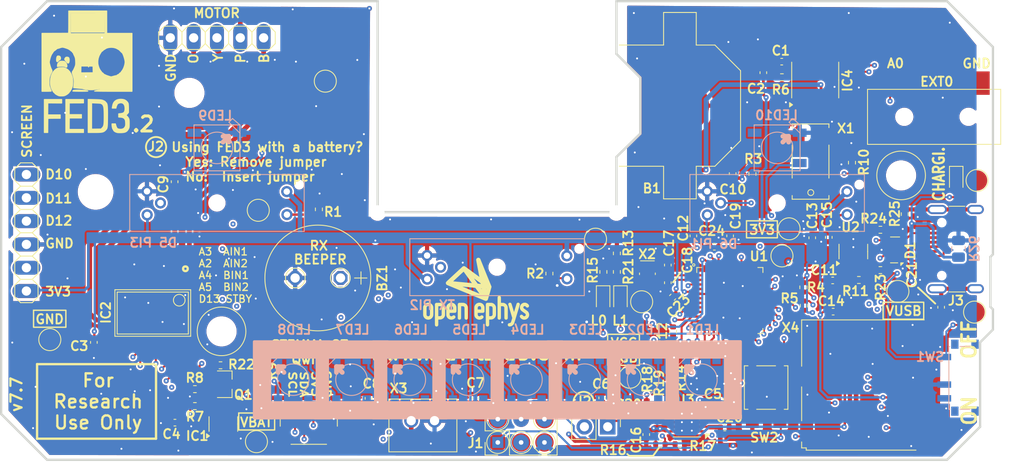
<source format=kicad_pcb>
(kicad_pcb (version 20241229) (generator "pcbnew") (generator_version "9.0")
  (layers (0 "F.Cu" signal) (4 "In1.Cu" signal) (6 "In2.Cu" signal) (2 "B.Cu" signal) (13 "F.Paste" user) (15 "B.Paste" user) (5 "F.SilkS" user "F.Silkscreen") (7 "B.SilkS" user "B.Silkscreen") (1 "F.Mask" user) (3 "B.Mask" user) (25 "Edge.Cuts" user))
  (net 0 "")
  (net 1 "GND")
  (net 2 "Net-(IC4-VDD)")
  (net 3 "Net-(U1-VDDCORE)")
  (net 4 "+3V3")
  (net 5 "/IOs Interface/VCCNEO")
  (net 6 "Net-(U1-PA00{slash}EINT0{slash}SERCOM1.0)")
  (net 7 "Net-(U1-PA01{slash}EINT1{slash}SERCOM1.1)")
  (net 9 "/EN")
  (net 10 "/BLUE")
  (net 11 "/ORANGE")
  (net 12 "/PINK")
  (net 13 "/YELLOW")
  (net 14 "Net-(IC4-XI)")
  (net 15 "Net-(IC4-XO)")
  (net 16 "Net-(LED1-DI)")
  (net 17 "Net-(LED1-DO)")
  (net 18 "Net-(LED2-DO)")
  (net 19 "Net-(LED3-DO)")
  (net 20 "Net-(LED5-DO)")
  (net 21 "Net-(LED6-DO)")
  (net 22 "Net-(LED7-DO)")
  (net 23 "Net-(LED8-DO)")
  (net 24 "Net-(LED10-DI)")
  (net 25 "/Controller Stage/SCL")
  (net 26 "Net-(PI1-Pad2)")
  (net 27 "Net-(PI2-Pad2)")
  (net 28 "Net-(PI3-Pad2)")
  (net 29 "Net-(CHG0-K)")
  (net 30 "Net-(U3-PROG)")
  (net 31 "Net-(L1-K)")
  (net 32 "/Controller Stage/SDA")
  (net 33 "/Controller Stage/AREF")
  (net 42 "/CC2")
  (net 43 "/CC1")
  (net 46 "VUSB")
  (net 47 "Net-(L0-K)")
  (net 51 "RX")
  (net 52 "A0")
  (net 53 "TX")
  (net 54 "D6")
  (net 55 "D5")
  (net 56 "D13")
  (net 57 "Net-(IC1-P$4)")
  (net 58 "A1")
  (net 59 "Net-(LED4-DO)")
  (net 61 "/Controller Stage/SQW")
  (net 62 "/Controller Stage/SWDIO")
  (net 63 "/Controller Stage/~{RESET}")
  (net 64 "D8")
  (net 65 "/Controller Stage/SWCLK")
  (net 66 "/Controller Stage/D10")
  (net 67 "/Controller Stage/D11")
  (net 68 "/Controller Stage/D12")
  (net 69 "/Controller Stage/SD_CS")
  (net 70 "/Controller Stage/SCK")
  (net 71 "D+")
  (net 73 "D-")
  (net 74 "/Controller Stage/D7")
  (net 75 "/Controller Stage/MISO")
  (net 76 "A2")
  (net 77 "A5")
  (net 78 "A4")
  (net 79 "A3")
  (net 80 "D9")
  (net 83 "Net-(IC4-VBAT)")
  (net 91 "VBat")
  (net 93 "/Controller Stage/MOSI")
  (net 94 "Net-(U3-STAT1)")
  (net 95 "Net-(U3-~{TE})")
  (net 96 "Net-(J2-Pin_1)")
  (net 98 "Net-(R13-Pad1)")
  (net 101 "Net-(J3-SHIELD)")
  (footprint "Button_Switch_SMD:SW_SPST_TL3305B" (layer "F.Cu") (at 177.8 122.125 -90)
    (property "Reference" "SW2")
    (property "Value" "SPST_TACT-KMR2" (hide yes))
  )
  (footprint "TestPoint:TestPoint_Pad_D2.0mm" (layer "F.Cu") (at 153.66205 125.569743)
    (property "Reference" "TP16" (hide yes))
    (property "Value" "GND")
  )
  (footprint "FED3_PCBLib:1X06" (layer "F.Cu") (at 97.2511 105.2536 -90)
    (property "Reference" "SCREEN0" (hide yes))
    (property "Value" "PINHD-1X6" (hide yes))
  )
  (footprint "TestPoint:TestPoint_Pad_D2.0mm" (layer "F.Cu") (at 192.15 111.65 90)
    (property "Reference" "TP4" (hide yes))
    (property "Value" "VUSB")
  )
  (footprint "Capacitor_SMD:C_0402_1005Metric" (layer "F.Cu") (at 167.1 110.7 -90)
    (property "Reference" "C18")
    (property "Value" "22pF" (hide yes))
  )
  (footprint "Capacitor_SMD:C_0402_1005Metric" (layer "F.Cu") (at 167.1 108.7725 90)
    (property "Reference" "C17")
    (property "Value" "22pF" (hide yes))
  )
  (footprint "Resistor_SMD:R_0402_1005Metric" (layer "F.Cu") (at 168.4 128.3)
    (property "Reference" "R17")
    (property "Value" "100k 0.1%" (hide yes))
  )
  (footprint "TestPoint:TestPoint_Pad_D2.0mm" (layer "F.Cu") (at 151.12205 128.109743)
    (property "Reference" "TP14" (hide yes))
    (property "Value" "GND")
  )
  (footprint "Capacitor_SMD:C_0402_1005Metric" (layer "F.Cu") (at 196.86 113.37 -90)
    (property "Reference" "C21")
    (property "Value" "4.7nF" (hide yes))
  )
  (footprint "Crystal:Crystal_SMD_MicroCrystal_CC8V-T1A-2Pin_2.0x1.2mm" (layer "F.Cu") (at 164.875 109.725 -90)
    (property "Reference" "X2")
    (property "Value" "uXtal" (hide yes))
  )
  (footprint "TestPoint:TestPoint_Pad_D2.0mm" (layer "F.Cu") (at 148.58205 125.569743)
    (property "Reference" "TP15" (hide yes))
    (property "Value" "GND")
  )
  (footprint "Resistor_SMD:R_0402_1005Metric" (layer "F.Cu") (at 190.246 104.9274 180)
    (property "Reference" "R24")
    (property "Value" "5.1k" (hide yes))
  )
  (footprint "TestPoint:TestPoint_Pad_D2.0mm" (layer "F.Cu") (at 122.5 102.8)
    (property "Reference" "TP11" (hide yes))
    (property "Value" "GND")
  )
  (footprint "" (layer "F.Cu") (at 192.5 99.0036)
    (property "Reference" "")
    (property "Value" "")
  )
  (footprint "Resistor_SMD:R_0402_1005Metric" (layer "F.Cu") (at 179.52 88.3)
    (property "Reference" "R6")
    (property "Value" "1k" (hide yes))
  )
  (footprint "TestPoint:TestPoint_Pad_D2.0mm" (layer "F.Cu") (at 148.58205 128.109743)
    (property "Reference" "TP13" (hide yes))
    (property "Value" "GND")
  )
  (footprint "TestPoint:TestPoint_Pad_D2.0mm" (layer "F.Cu") (at 179.525 107.775)
    (property "Reference" "TP10" (hide yes))
    (property "Value" "3V3")
  )
  (footprint "Resistor_SMD:R_0402_1005Metric" (layer "F.Cu") (at 192.9 103.22 -90)
    (property "Reference" "R25")
    (property "Value" "1M" (hide yes))
  )
  (footprint "Capacitor_SMD:C_0402_1005Metric" (layer "F.Cu") (at 174.1555 98.8124 90)
    (property "Reference" "C10")
    (property "Value" "1uF" (hide yes))
  )
  (footprint "Capacitor_SMD:C_0402_1005Metric" (layer "F.Cu") (at 179.5 86.6 180)
    (property "Reference" "C1")
    (property "Value" "10µF" (hide yes))
  )
  (footprint "FED3_PCBLib:CR1220" (layer "F.Cu") (at 168.4151 91.3956 90)
    (property "Reference" "B1")
    (property "Value" "CR1220" (hide yes))
  )
  (footprint "FED3_PCBLib:oe logo" (layer "F.Cu") (at 146.25 111.7)
    (property "Reference" "G***" (hide yes))
    (property "Value" "LOGO" (hide yes))
  )
  (footprint "LED_SMD:LED_0603_1608Metric" (layer "F.Cu") (at 198.5 99.5 -90)
    (property "Reference" "CHG0" (hide yes))
    (property "Value" "RED" (hide yes))
  )
  (footprint "LED_SMD:LED_0603_1608Metric" (layer "F.Cu") (at 161.94 112.52 -90)
    (property "Reference" "L1")
    (property "Value" "GREEN" (hide yes))
  )
  (footprint "Resistor_SMD:R_0402_1005Metric" (layer "F.Cu") (at 181.9 113.2 -90)
    (property "Reference" "R5")
    (property "Value" "4k7" (hide yes))
  )
  (footprint "Resistor_SMD:R_0402_1005Metric" (layer "F.Cu") (at 167.3098 122.5284 90)
    (property "Reference" "R14")
    (property "Value" "1.27k" (hide yes))
  )
  (footprint "Capacitor_SMD:C_0402_1005Metric" (layer "F.Cu") (at 134.5 123.3 90)
    (property "Reference" "C8")
    (property "Value" "1uF" (hide yes))
  )
  (footprint "FED3_PCBLib:TSMT3" (layer "F.Cu") (at 118.85 121.7625 -90)
    (property "Reference" "Q1")
    (property "Value" "DMP2035U-7" (hide yes))
  )
  (footprint "Connector_PinHeader_2.54mm:PinHeader_2x03_P2.54mm_Vertical" (layer "F.Cu") (at 148.58205 128.109743 90)
    (property "Reference" "J1")
    (property "Value" "Conn_02x03_Odd_Even" (hide yes))
  )
  (footprint "Package_SON:USON-10_2.5x1.0mm_P0.5mm" (layer "F.Cu") (at 191.8422 107.1212 180)
    (property "Reference" "D1")
    (property "Value" "TPD4E05U06DQA" (hide yes))
  )
  (footprint "Capacitor_SMD:C_0402_1005Metric" (layer "F.Cu") (at 159.95 123.25 90)
    (property "Reference" "C6")
    (property "Value" "1uF" (hide yes))
  )
  (footprint "TestPoint:TestPoint_Pad_D2.0mm" (layer "F.Cu") (at 159.225 105.95)
    (property "Reference" "TP8" (hide yes))
    (property "Value" "3V3")
  )
  (footprint "Capacitor_SMD:C_0402_1005Metric" (layer "F.Cu") (at 104.6 117.2 -90)
    (property "Reference" "C3")
    (property "Value" "10µF" (hide yes))
  )
  (footprint "Capacitor_SMD:C_0402_1005Metric" (layer "F.Cu") (at 164.75 127.25 -90)
    (property "Reference" "C16")
    (property "Value" "10µF" (hide yes))
  )
  (footprint "Resistor_SMD:R_0402_1005Metric" (layer "F.Cu") (at 167.67 116.025 90)
    (property "Reference" "R12")
    (property "Value" "330R" (hide yes))
  )
  (footprint "FED3_PCBLib:SSOP24" (layer "F.Cu") (at 111.0111 114.0016 180)
    (property "Reference" "IC2")
    (property "Value" "TB6612FNG" (hide yes))
  )
  (footprint "Resistor_SMD:R_0402_1005Metric" (layer "F.Cu") (at 190.246 109.3216 180)
    (property "Reference" "R23")
    (property "Value" "5.1k" (hide yes))
  )
  (footprint "Package_DFN_QFN:DFN-10-1EP_3x3mm_P0.5mm_EP1.58x2.35mm_ThermalVias" (layer "F.Cu") (at 169.1706 125.9 180)
    (property "Reference" "U3")
    (property "Value" "MCP73834-xxxx" (hide yes))
  )
  (footprint "FED3_PCBLib:CRYSTAL_8X3.8" (layer "F.Cu") (at 182.6391 97.4916 -90)
    (property "Reference" "X1")
    (property "Value" "ClockXtal" (hide yes))
  )
  (footprint "Resistor_SMD:R_0402_1005Metric" (layer "F.Cu") (at 115.6 122.3)
    (property "Reference" "R8")
    (property "Value" "4k7" (hide yes))
  )
  (footprint "Package_TO_SOT_SMD:SOT-23-5" (layer "F.Cu") (at 118.7 126.1 90)
    (property "Reference" "IC1")
    (property "Value" "MC74VHC1GT125" (hide yes))
  )
  (footprint "TestPoint:TestPoint_Pad_D2.0mm" (layer "F.Cu") (at 200.5 113.9)
    (property "Reference" "TP9" (hide yes))
    (property "Value" "VUSB")
  )
  (footprint "Capacitor_SMD:C_0402_1005Metric" (layer "F.Cu") (at 173.88 105.5875 90)
    (property "Reference" "C19")
    (property "Value" "1uF" (hide yes))
  )
  (footprint "FED3_PCBLib:MICROSD" (layer "F.Cu") (at 181.77 128.9 90)
    (property "Reference" "X4")
    (property "Value" "microsd" (hide yes))
  )
  (footprint "Capacitor_SMD:C_0402_1005Metric" (layer "F.Cu") (at 167.62 112.28 -135)
    (property "Reference" "C23")
    (property "Value" "100nF" (hide yes))
  )
  (footprint "Resistor_SMD:R_0402_1005Metric" (layer "F.Cu") (at 160.08 109.52 90)
    (property "Reference" "R15")
    (property "Value" "10k" (hide yes))
  )
  (footprint "Resistor_SMD:R_0402_1005Metric" (layer "F.Cu") (at 187.9 110.4)
    (property "Reference" "R11")
    (property "Value" "100k 0.1%" (hide yes))
  )
  (footprint "TestPoint:TestPoint_Pad_D2.0mm" (layer "F.Cu") (at 162.975 121)
    (property "Reference" "TP2" (hide yes))
    (property "Value" "VccNEO")
  )
  (footprint "LED_SMD:LED_0603_1608Metric" (layer "F.Cu") (at 160.05 112.52 -90)
    (property "Reference" "L0")
    (property "Value" "RED" (hide yes))
  )
  (footprint "Package_SO:SO-8_3.9x4.9mm_P1.27mm" (layer "F.Cu") (at 183.1471 88.6016 90)
    (property "Reference" "IC4")
    (property "Value" "RTC PCF8523T" (hide yes))
  )
  (footprint "Capacitor_SMD:C_0402_1005Metric" (layer "F.Cu") (at 184.625 105.75 90)
    (property "Reference" "C15")
    (property "Value" "1uF" (hide yes))
  )
  (footprint "Capacitor_SMD:C_0402_1005Metric" (layer "F.Cu") (at 146.15 123.3 90)
    (property "Reference" "C7")
    (property "Value" "1uF" (hide yes))
  )
  (footprint "" (layer "F.Cu") (at 161.5011 103.0036)
    (property "Reference" "@HOLE2" (hide yes))
    (property "Value" "" (hide yes))
  )
  (footprint "Connector_JST:JST_SH_BM04B-SRSS-TB_1x04-1MP_P1.00mm_Vertical" (layer "F.Cu") (at 128 126.3 180)
    (property "Reference" "AUX_I2C0" (hide yes))
    (property "Value" "Qwiic" (hide yes))
  )
  (footprint "Capacitor_SMD:C_0402_1005Metric" (layer "F.Cu") (at 113.425 125.95 180)
    (property "Reference" "C4")
    (property "Value" "10µF" (hide yes))
  )
  (footprint "Capacitor_SMD:C_0402_1005Metric" (layer "F.Cu") (at 169.88 105.5875 90)
    (property "Reference" "C12")
    (property "Value" "1uF" (hide yes))
  )
  (footprint "TestPoint:TestPoint_Pad_D2.0mm" (layer "F.Cu") (at 122.3 128.025)
    (property "Reference" "TP3" (hide yes))
    (property "Value" "VBat")
  )
  (footprint "Resistor_SMD:R_0402_1005Metric" (layer "F.Cu") (at 166.2854 128.3 180)
    (property "Reference" "R16")
    (property "Value" "100k 0.1%" (hide yes))
  )
  (footprint "Resistor_SMD:R_0402_1005Metric" (layer "F.Cu") (at 161.55 107.5 90)
    (property "Reference" "R13")
    (property "Value" "1.27k" (hide yes))
  )
  (footprint "TestPoint:TestPoint_Pad_D2.0mm" (layer "F.Cu") (at 180.3 104.825 90)
    (property "Reference" "TP1" (hide yes))
    (property "Value" "3V3")
  )
  (footprint "FED3_PCBLib:TQFN48_7MM" (layer "F.Cu") (at 173.85 112.6375 -90)
    (property "Reference" "U1")
    (property "Value" "ATSAMD21G18A" (hide yes))
  )
  (footprint "" (layer "F.Cu") (at 135.5011 103.0036)
    (property "Reference" "@HOLE2" (hide yes))
    (property "Value" "" (hide yes))
  )
  (footprint "Capacitor_SMD:C_0402_1005Metric" (layer "F.Cu") (at 177.5 87.8 90)
    (property "Reference" "C2")
    (property "Value" "10µF" (hide yes))
  )
  (footprint "Capacitor_SMD:C_0402_1005Metric" (layer "F.Cu") (at 185.1 113.85)
    (property "Reference" "C14")
    (property "Value" "10µF" (hide yes))
  )
  (footprint "FED3_PCBLib:JST-XH-02-PACKAGE-ROUND-PAD" (layer "F.Cu") (at 140.4243 125.7364 180)
    (property "Reference" "X3")
    (property "Value" "B2B-PH-K-S" (hide yes))
  )
  (footprint "Capacitor_SMD:C_0402_1005Metric" (layer "F.Cu") (at 169.07 117.98 180)
    (property "Reference" "C22")
    (property "Value" "100nF" (hide yes))
  )
  (footprint "Capacitor_SMD:C_0402_1005Metric" (layer "F.Cu") (at 182.825 105.8 90)
    (property "Reference" "C13")
    (property "Value" "10µF" (hide yes))
  )
  (footprint "Resistor_SMD:R_0402_1005Metric" (layer "F.Cu") (at 187.15 97.61 -90)
    (property "Reference" "R10")
    (property "Value" "4k7" (hide yes))
  )
  (footprint "Resistor_SMD:R_0402_1005Metric" (layer "F.Cu") (at 161.55 109.52 -90)
    (property "Reference" "R21")
    (property "Value" "1k" (hide yes))
  )
  (footprint "Resistor_SMD:R_0402_1005Metric" (layer "F.Cu") (at 181.85 111.2 -90)
    (property "Reference" "R4")
    (property "Value" "4k7" (hide yes))
  )
  (footprint "Resistor_SMD:R_0402_1005Metric" (layer "F.Cu") (at 122.76 120.33 90)
    (property "Reference" "R9")
    (property "Value" "100k 0.1%" (hide yes))
  )
  (footprint "" (layer "F.Cu") (at 118.5011 116.0036)
    (property "Reference" "@HOLE6" (hide yes))
    (property "Value" "" (hide yes))
  )
  (footprint "Resistor_SMD:R_0402_1005Metric" (layer "F.Cu") (at 163.7 125.35 90)
    (property "Reference" "R20")
    (property "Value" "10k" (hide yes))
  )
  (footprint "Resistor_SMD:R_0402_1005Metric" (layer "F.Cu") (at 129.1 102.7 90)
    (property "Reference" "R1")
    (property "Value" "1k" (hide yes))
  )
  (footprint "Resistor_SMD:R_0402_1005Metric" (layer "F.Cu") (at 164.8 124.075 90)
    (property "Reference" "R18")
    (property "Value" "4k7" (hide yes))
  )
  (footprint "Resistor_SMD:R_0402_1005Metric" (layer "F.Cu") (at 176.3091 98.8436 90)
    (property "Reference" "R3")
    (property "Value" "1k" (hide yes))
  )
  (footprint "Capacitor_SMD:C_0402_1005Metric" (layer "F.Cu") (at 185.05 110.45 180)
    (property "Reference" "C11")
    (property "Value" "10µF" (hide yes))
  )
  (footprint "Connector_USB:USB_C_Receptacle_GCT_USB4105-xx-A_16P_TopMnt_Horizontal" (layer "F.Cu") (at 199.5342 107.0336 90)
    (property "Reference" "J3")
    (property "Value" "USB4105-GF-A")
  )
  (footprint "Resistor_SMD:R_0402_1005Metric" (layer "F.Cu") (at 166 124.075 90)
    (property "Reference" "R19")
    (property "Value" "DNP" (hide yes))
  )
  (footprint "TestPoint:TestPoint_Pad_D2.0mm" (layer "F.Cu") (at 99.8 116.9 90)
    (property "Reference" "TP5" (hide yes))
    (property "Value" "GND")
  )
  (footprint "" (layer "F.Cu") (at 104.7881 100.7936)
    (property "Reference" "@HOLE5" (hide yes))
    (property "Value" "" (hide yes))
  )
  (footprint "FED3_PCBLib:Buzzer" (layer "F.Cu") (at 128.9846 110.18 180)
    (property "Reference" "BZ1")
    (property "Value" "Buzzer" (hide yes))
  )
  (footprint "Capacitor_SMD:C_0402_1005Metric" (layer "F.Cu") (at 172.16 106.78 180)
    (property "Reference" "C24")
    (property "Value" "100nF" (hide yes))
  )
  (footprint "FED3_PCBLib:1X05" (layer "F.Cu") (at 118.0011 84.0036)
    (property "Reference" "MOTOR0" (hide yes))
    (property "Value" "PINHD-1X5" (hide yes))
  )
  (footprint "Resistor_SMD:R_0402_1005Metric" (layer "F.Cu") (at 118.39 119.7)
    (property "Reference" "R22")
    (property "Value" "100k 0.1%" (hide yes))
  )
  (footprint "Capacitor_SMD:C_0402_1005Metric" (layer "F.Cu") (at 173.3 126.475)
    (property "Reference" "C20")
    (property "Value" "10µF" (hide yes))
  )
  (footprint "Capacitor_SMD:C_0402_1005Metric" (layer "F.Cu") (at 173.5 123.4 90)
    (property "Reference" "C5")
    (property "Value" "1uF" (hide yes))
  )
  (footprint "Resistor_SMD:R_0402_1005Metric" (layer "F.Cu") (at 154.2 109.7 90)
    (property "Reference" "R2")
    (property "Value" "1k" (hide yes))
  )
  (footprint "Capacitor_SMD:C_0402_1005Metric" (layer "F.Cu") (at 113.39 99.69 -90)
    (property "Reference" "C9")
    (property "Value" "1uF" (hide yes))
  )
  (footprint "Resistor_SMD:R_0402_1005Metric" (layer "F.Cu") (at 115.6 124.15 180)
    (property "Reference" "R7")
    (property "Value" "DNP" (hide yes))
  )
  (footprint "FED3_PCBLib:35RASMT2BHNTRX" (layer "F.Cu") (at 199.8443 92.6148 180)
    (property "Reference" "EXT0")
    (property "Value" "STEREO_JACK" (hide yes))
  )
  (footprint "Connector_PinHeader_2.54mm:PinHeader_1x02_P2.54mm_Vertical" (layer "F.Cu") (at 160.55 126.4 -90)
    (property "Reference" "J2")
    (property "Value" "Conn_01x02_Odd_Even" (hide yes))
  )
  (footprint "TestPoint:TestPoint_Pad_D2.0mm" (layer "F.Cu") (at 129.8 88.725)
    (property "Reference" "TP12" (hide yes))
    (property "Value" "GND")
  )
  (footprint "Package_TO_SOT_SMD:SOT-23-5" (layer "F.Cu") (at 187.3 107.3 90)
    (property "Reference" "U2")
    (property "Value" "MIC5504-3.3" (hide yes))
  )
  (footprint "" (layer "F.Cu") (at 115.0011 90.0036)
    (property "Reference" "@HOLE0" (hide yes))
    (property "Value" "" (hide yes))
  )
  (footprint "TestPoint:TestPoint_Pad_D2.0mm" (layer "F.Cu") (at 200.775 99.55)
    (property "Reference" "TP6" (hide yes))
    (property "Value" "3V3")
  )
  (footprint "TestPoint:TestPoint_Pad_D2.0mm" (layer "F.Cu") (at 153.66205 128.109743)
    (property "Reference" "TP17" (hide yes))
    (property "Value" "GND")
  )
  (footprint "FED3_PCBLib:FED_logo" (layer "F.Cu") (at 103.691843 87.74804)
    (property "Reference" "G***" (hide yes))
    (property "Value" "LOGO" (hide yes))
  )
  (footprint "TestPoint:TestPoint_Pad_D2.0mm" (layer "F.Cu") (at 164.25 112.775 -90)
    (property "Reference" "TP7" (hide yes))
    (property "Value" "3V3")
  )
  (footprint "FED3_PCBLib:WS2812B" (layer "B.Cu") (at 179.0011 96.0004 180)
    (property "Reference" "LED10")
    (property "Value" "RGBLed" (hide yes))
  )
  (footprint "FED3_PCBLib:WS2812B" (layer "B.Cu") (at 151.7019 121.266 -90)
    (property "Reference" "LED4")
    (property "Value" "RGBLed" (hide yes))
  )
  (footprint "FED3_PCBLib:SSSS811101" (layer "B.Cu") (at 199.45 121.05 -90)
    (property "Reference" "SW1")
    (property "Value" "Sw" (hide yes))
  )
  (footprint "FED3_PCBLib:WS2812B" (layer "B.Cu") (at 118.0011 96.0004 180)
    (property "Reference" "LED9")
    (property "Value" "RGBLed" (hide yes))
  )
  (footprint "FED3_PCBLib:WS2812B" (layer "B.Cu") (at 126.3019 121.266 -90)
    (property "Reference" "LED8")
    (property "Value" "RGBLed" (hide yes))
  )
  (footprint "FED3_PCBLib:WS2812B" (layer "B.Cu") (at 158.0519 121.266 -90)
    (property "Reference" "LED3")
    (property "Value" "RGBLed" (hide yes))
  )
  (footprint "FED3_PCBLib:WS2812B" (layer "B.Cu") (at 170.7519 121.266 -90)
    (property "Reference" "LED1")
    (property "Value" "RGBLed" (hide yes))
  )
  (footprint "FED3_PCBLib:GP1A57HR" (layer "B.Cu") (at 118.0011 102.0036 180)
    (property "Reference" "PI3" (hide yes))
    (property "Value" "GP1A57HR" (hide yes))
  )
  (footprint "FED3_PCBLib:GP1A57HR" (layer "B.Cu") (at 179.0011 102.0036 180)
    (property "Reference" "PI1" (hide yes))
    (property "Value" "GP1A57HR" (hide yes))
  )
  (footprint "FED3_PCBLib:GP1A57HR" (layer "B.Cu") (at 148.5011 109.0036 180)
    (property "Reference" "PI2" (hide yes))
    (property "Value" "GP1A57HR" (hide yes))
  )
  (footprint "Resistor_SMD:R_0805_2012Metric" (layer "B.Cu") (at 198.75 107 90)
    (property "Reference" "R26")
    (property "Value" "510")
  )
  (footprint "FED3_PCBLib:WS2812B" (layer "B.Cu") (at 164.4019 121.266 -90)
    (property "Reference" "LED2")
    (property "Value" "RGBLed" (hide yes))
  )
  (footprint "FED3_PCBLib:WS2812B" (layer "B.Cu") (at 139.0019 121.266 -90)
    (property "Reference" "LED6")
    (property "Value" "RGBLed" (hide yes))
  )
  (footprint "FED3_PCBLib:WS2812B" (layer "B.Cu") (at 132.6519 121.266 -90)
    (property "Reference" "LED7")
    (property "Value" "RGBLed" (hide yes))
  )
  (footprint "FED3_PCBLib:WS2812B" (layer "B.Cu") (at 145.3519 121.266 -90)
    (property "Reference" "LED5")
    (property "Value" "RGBLed" (hide yes))
  )
  (gr_circle (center 114.5671 109.1756) (end 114.8211 109.1756) (stroke (width 0.254)) (fill no) (layer "F.SilkS"))
  (gr_circle (center 111.37 95.911085) (end 112.47 95.911085) (stroke (width 0.2)) (fill no) (layer "F.SilkS"))
  (gr_rect (start 160.545 116.32) (end 164.005 119.7) (stroke (width 0.15)) (fill no) (layer "F.SilkS"))
  (gr_circle (center 192.5 99) (end 195.15 98.97) (stroke (width 0.1)) (fill no) (layer "F.SilkS"))
  (gr_rect (start 98.03 113.7) (end 101.55 115.55) (stroke (width 0.15)) (fill no) (layer "F.SilkS"))
  (gr_circle (center 157.931085 123.69) (end 159.031085 123.69) (stroke (width 0.2)) (fill no) (layer "F.SilkS"))
  (gr_line (start 162.9 129.57) (end 165.49 129.57) (stroke (width 0.2)) (layer "F.SilkS"))
  (gr_rect (start 190.54 112.825) (end 194.96 114.675) (stroke (width 0.15)) (fill no) (layer "F.SilkS"))
  (gr_rect (start 175.665 103.95) (end 179.025 105.8) (stroke (width 0.15)) (fill no) (layer "F.SilkS"))
  (gr_circle (center 118.5 116) (end 121.15 116.01) (stroke (width 0.1)) (fill no) (layer "F.SilkS"))
  (gr_line (start 194.34 111.22) (end 196.22 112.97) (stroke (width 0.2)) (layer "F.SilkS"))
  (gr_rect (start 120.37 124.9) (end 124.28 126.75) (stroke (width 0.15)) (fill no) (layer "F.SilkS"))
  (gr_line (start 162.68 129.37) (end 162.9 129.57) (stroke (width 0.2)) (layer "F.SilkS"))
  (gr_line (start 111.367 119.572) (end 111.367 127.7) (stroke (width 0.254)) (layer "F.SilkS"))
  (gr_line (start 98.413 119.572) (end 111.367 119.572) (stroke (width 0.254)) (layer "F.SilkS"))
  (gr_line (start 165.49 129.57) (end 166.131759 128.68) (stroke (width 0.2)) (layer "F.SilkS"))
  (gr_line (start 98.413 127.7) (end 98.413 119.572) (stroke (width 0.254)) (layer "F.SilkS"))
  (gr_line (start 111.367 127.7) (end 98.413 127.7) (stroke (width 0.254)) (layer "F.SilkS"))
  (gr_line (start 167.67 110.65) (end 168.48 109.575) (stroke (width 0.2)) (layer "F.SilkS"))
  (gr_line (start 156.4136 119.8436) (end 157.0486 120.4786) (stroke (width 0.508)) (layer "B.SilkS"))
  (gr_line (start 137.3636 119.8436) (end 137.9986 120.4786) (stroke (width 0.508)) (layer "B.SilkS"))
  (gr_line (start 169.1136 119.8436) (end 169.7486 119.8436) (stroke (width 0.508)) (layer "B.SilkS"))
  (gr_line (start 162.7636 119.8436) (end 163.3986 120.4786) (stroke (width 0.508)) (layer "B.SilkS"))
  (gr_line (start 169.1136 119.8436) (end 169.7486 120.4786) (stroke (width 0.508)) (layer "B.SilkS"))
  (gr_line (start 162.7636 119.8436) (end 163.3986 119.8436) (stroke (width 0.508)) (layer "B.SilkS"))
  (gr_line (start 124.6636 119.8436) (end 125.2986 120.4786) (stroke (width 0.508)) (layer "B.SilkS"))
  (gr_line (start 119.2915 94.7357) (end 119.2915 95.3707) (stroke (width 0.508)) (layer "B.SilkS"))
  (gr_line (start 180.2515 94.7357) (end 179.6165 95.3707) (stroke (width 0.508)) (layer "B.SilkS"))
  (gr_line (start 156.4136 119.8436) (end 156.4136 120.4786) (stroke (width 0.508)) (layer "B.SilkS"))
  (gr_line (start 143.7136 119.8436) (end 144.3486 120.4786) (stroke (width 0.508)) (layer "B.SilkS"))
  (gr_line (start 131.0136 119.8436) (end 131.0136 120.4786) (stroke (width 0.508)) (layer "B.SilkS"))
  (gr_line (start 137.3636 119.8436) (end 137.3636 120.4786) (stroke (width 0.508)) (layer "B.SilkS"))
  (gr_line (start 150.0636 119.8436) (end 150.6986 120.4786) (stroke (width 0.508)) (layer "B.SilkS"))
  (gr_line (start 180.2515 94.7357) (end 180.2515 95.3707) (stroke (width 0.508)) (layer "B.SilkS"))
  (gr_line (start 131.0136 119.8436) (end 131.6486 120.4786) (stroke (width 0.508)) (layer "B.SilkS"))
  (gr_line (start 169.1136 119.8436) (end 169.1136 120.4786) (stroke (width 0.508)) (layer "B.SilkS"))
  (gr_line (start 119.2915 94.7357) (end 118.6565 95.3707) (stroke (width 0.508)) (layer "B.SilkS"))
  (gr_line (start 137.3636 119.8436) (end 137.9986 119.8436) (stroke (width 0.508)) (layer "B.SilkS"))
  (gr_line (start 143.7136 119.8436) (end 144.3486 119.8436) (stroke (width 0.508)) (layer "B.SilkS"))
  (gr_line (start 156.4136 119.8436) (end 157.0486 119.8436) (stroke (width 0.508)) (layer "B.SilkS"))
  (gr_line (start 162.7636 119.8436) (end 162.7636 120.4786) (stroke (width 0.508)) (layer "B.SilkS"))
  (gr_line (start 150.0636 119.8436) (end 150.0636 120.4786) (stroke (width 0.508)) (layer "B.SilkS"))
  (gr_line (start 124.6636 119.8436) (end 124.6636 120.4786) (stroke (width 0.508)) (layer "B.SilkS"))
  (gr_line (start 119.2915 94.7357) (end 118.6565 94.7357) (stroke (width 0.508)) (layer "B.SilkS"))
  (gr_line (start 150.0636 119.8436) (end 150.6986 119.8436) (stroke (width 0.508)) (layer "B.SilkS"))
  (gr_line (start 131.0136 119.8436) (end 131.6486 119.8436) (stroke (width 0.508)) (layer "B.SilkS"))
  (gr_line (start 143.7136 119.8436) (end 143.7136 120.4786) (stroke (width 0.508)) (layer "B.SilkS"))
  (gr_line (start 124.6636 119.8436) (end 125.2986 119.8436) (stroke (width 0.508)) (layer "B.SilkS"))
  (gr_line (start 180.2515 94.7357) (end 179.6165 94.7357) (stroke (width 0.508)) (layer "B.SilkS"))
  (gr_line (start 201.1011 126.4036) (end 201.1011 117.2036) (stroke (width 0.25)) (layer "Edge.Cuts"))
  (gr_line (start 161.5011 103.0036) (end 135.5011 103.0036) (stroke (width 0.25)) (layer "Edge.Cuts"))
  (gr_line (start 161.5011 80.0036) (end 161.5011 85.7516) (stroke (width 0.25)) (layer "Edge.Cuts"))
  (gr_line (start 161.5011 85.7516) (end 164.0971 88.3476) (stroke (width 0.25)) (layer "Edge.Cuts"))
  (gr_line (start 99.5011 80.0036) (end 94.5011 85.0036) (stroke (width 0.25)) (layer "Edge.Cuts"))
  (gr_line (start 202.2211 107.8836) (end 202.5011 107.6036) (stroke (width 0.25)) (layer "Edge.Cuts"))
  (gr_line (start 202.5011 85.0036) (end 197.5011 80.0036) (stroke (width 0.25)) (layer "Edge.Cuts"))
  (gr_line (start 202.2211 113.3236) (end 202.2211 107.8836) (stroke (width 0.25)) (layer "Edge.Cuts"))
  (gr_line (start 202.5011 107.6036) (end 202.5011 85.0036) (stroke (width 0.25)) (layer "Edge.Cuts"))
  (gr_line (start 161.5011 96.9836) (end 161.5011 103.0036) (stroke (width 0.25)) (layer "Edge.Cuts"))
  (gr_line (start 202.5011 113.6036) (end 202.2211 113.3236) (stroke (width 0.25)) (layer "Edge.Cuts"))
  (gr_line (start 135.5011 103.0036) (end 135.5011 80.0036) (stroke (width 0.25)) (layer "Edge.Cuts"))
  (gr_line (start 94.5011 125.0036) (end 99.5011 130.0036) (stroke (width 0.25)) (layer "Edge.Cuts"))
  (gr_line (start 164.0971 88.3476) (end 164.0971 94.4436) (stroke (width 0.25)) (layer "Edge.Cuts"))
  (gr_line (start 197.5011 130.0036) (end 201.1011 126.4036) (stroke (width 0.25)) (layer "Edge.Cuts"))
  (gr_line (start 197.5011 80.0036) (end 161.5011 80.0036) (stroke (width 0.25)) (layer "Edge.Cuts"))
  (gr_line (start 202.5011 115.8036) (end 202.5011 113.6036) (stroke (width 0.25)) (layer "Edge.Cuts"))
  (gr_line (start 94.5011 85.0036) (end 94.5011 125.0036) (stroke (width 0.25)) (layer "Edge.Cuts"))
  (gr_line (start 99.5011 130.0036) (end 197.5011 130.0036) (stroke (width 0.25)) (layer "Edge.Cuts"))
  (gr_line (start 164.0971 94.4436) (end 161.5011 96.9836) (stroke (width 0.25)) (layer "Edge.Cuts"))
  (gr_line (start 201.1011 117.2036) (end 202.5011 115.8036) (stroke (width 0.25)) (layer "Edge.Cuts"))
  (gr_line (start 135.5011 80.0036) (end 99.5011 80.0036) (stroke (width 0.25)) (layer "Edge.Cuts"))
  (gr_text "SCREEN" (at 97.9 97.19 90) (layer "F.SilkS") (effects (font (size 1 1) (thickness 0.2) (bold yes)) (justify left bottom)))
  (gr_text "BEEPER" (at 126.265 108.745 0) (layer "F.SilkS") (effects (font (size 1 1) (thickness 0.2)) (justify left bottom)))
  (gr_text "SCL" (at 125.75 120.25 270) (layer "F.SilkS") (effects (font (size 0.8 1) (thickness 0.2)) (justify left bottom)))
  (gr_text "Qwiic" (at 128.08 119.06 0) (layer "F.SilkS") (effects (font (size 1 1) (thickness 0.2) (bold yes))))
  (gr_text "Using FED3 with a battery?\n  Yes: Remove jumper\n  No:  Insert jumper" (at 112.93 99.72 0) (layer "F.SilkS") (effects (font (size 1 1) (thickness 0.2) (bold yes)) (justify left bottom)))
  (gr_text "Y" (at 118.7 86.734524 90) (layer "F.SilkS") (effects (font (size 1 1) (thickness 0.2)) (justify left bottom)))
  (gr_text "B" (at 123.725 86.877381 90) (layer "F.SilkS") (effects (font (size 1 1) (thickness 0.2)) (justify left bottom)))
  (gr_text "MOTOR" (at 115.35 81.9 0) (layer "F.SilkS") (effects (font (size 1 1) (thickness 0.2) (bold yes)) (justify left bottom)))
  (gr_text "VBAT" (at 122.275 126.5 0) (layer "F.SilkS") (effects (font (size 1 1) (thickness 0.2) (bold yes)) (justify bottom)))
  (gr_text "STEMMA QT" (at 128.08 117.53 0) (layer "F.SilkS") (effects (font (size 1 1) (thickness 0.25) (bold yes))))
  (gr_text "VUSB" (at 192.79 114.355 0) (layer "F.SilkS") (effects (font (size 1 1) (thickness 0.2) (bold yes)) (justify bottom)))
  (gr_text "D10" (at 99.2 99.475 0) (layer "F.SilkS") (effects (font (size 1 1) (thickness 0.2)) (justify left bottom)))
  (gr_text "ON" (at 200.8 126.425 90) (layer "F.SilkS") (effects (font (size 1.5 1.5) (thickness 0.3)) (justify left bottom)))
  (gr_text "A3  AIN1\nA2  AIN2\nA4  BIN1\nA5  BIN2\nD13 STBY" (at 115.93 112.93 0) (layer "F.SilkS") (effects (font (size 0.8 0.8) (thickness 0.13716)) (justify left bottom)))
  (gr_text "3V3" (at 177.365 105.515 0) (layer "F.SilkS") (effects (font (size 1 1) (thickness 0.2) (bold yes)) (justify bottom)))
  (gr_text "GND" (at 199.07 87.39 0) (layer "F.SilkS") (effects (font (size 1 1) (thickness 0.2)) (justify left bottom)))
  (gr_text "GND" (at 99.78 115.265 0) (layer "F.SilkS") (effects (font (size 1 1) (thickness 0.2) (bold yes)) (justify bottom)))
  (gr_text "GND" (at 99.2 107 0) (layer "F.SilkS") (effects (font (size 1 1) (thickness 0.2)) (justify left bottom)))
  (gr_text "VCC\nRGB" (at 162.325 119.45 0) (layer "F.SilkS") (effects (font (size 1 1) (thickness 0.2) (bold yes)) (justify bottom)))
  (gr_text "For\nResearch\nUse Only" (at 105.0624 126.7754 0) (layer "F.SilkS") (effects (font (size 1.42494 1.42494) (thickness 0.25146)) (justify bottom)))
  (gr_text "GND" (at 113.575 88.925 90) (layer "F.SilkS") (effects (font (size 1 1) (thickness 0.2)) (justify left bottom)))
  (gr_text "A0" (at 190.85 87.37 0) (layer "F.SilkS") (effects (font (size 1 1) (thickness 0.2)) (justify left bottom)))
  (gr_text "J2" (at 111.36 95.862544 0) (layer "F.SilkS") (effects (font (size 1 1) (thickness 0.2) (bold yes))))
  (gr_text "CHARGI." (at 197.32 101.93 90) (layer "F.SilkS") (effects (font (size 1.2 1) (thickness 0.24) (bold yes)) (justify left bottom)))
  (gr_text "O" (at 116.025 86.925 90) (layer "F.SilkS") (effects (font (size 1 1) (thickness 0.2)) (justify left bottom)))
  (gr_text "3V3" (at 128.25 120.25 270) (layer "F.SilkS") (effects (font (size 0.8 1) (thickness 0.2)) (justify left bottom)))
  (gr_text "RX" (at 127.98 107.25 0) (layer "F.SilkS") (effects (font (size 1 1) (thickness 0.2)) (justify left bottom)))
  (gr_text "P" (at 121.15 86.877381 90) (layer "F.SilkS") (effects (font (size 1 1) (thickness 0.2)) (justify left bottom)))
  (gr_text "www.kravitzlab.com" (at 146.224814 118.32 0) (layer "F.SilkS") (effects (font (size 1.6 1.6) (thickness 0.3) (bold yes))))
  (gr_text "D12" (at 99.2 104.525 0) (layer "F.SilkS") (effects (font (size 1 1) (thickness 0.2)) (justify left bottom)))
  (gr_text "3V3" (at 99.2 112.25 0) (layer "F.SilkS") (effects (font (size 1 1) (thickness 0.2)) (justify left bottom)))
  (gr_text "OFF" (at 200.775 119.175 90) (layer "F.SilkS") (effects (font (size 1.5 1.5) (thickness 0.3)) (justify left bottom)))
  (gr_text "SDA" (at 127 120.25 270) (layer "F.SilkS") (effects (font (size 0.8 1) (thickness 0.2)) (justify left bottom)))
  (gr_text ".2" (at 108.591843 94.37604 0) (layer "F.SilkS") (effects (font (size 1.64084 1.64084) (thickness 0.328168) (bold yes)) (justify left bottom)))
  (gr_text "GND" (at 129.5 120.1 270) (layer "F.SilkS") (effects (font (size 0.8 1) (thickness 0.2)) (justify left bottom)))
  (gr_text "v7.7" (at 96.88 124.92 90) (layer "F.SilkS") (effects (font (size 1.20904 1.20904) (thickness 0.241808) (bold yes)) (justify left bottom)))
  (gr_text "D11" (at 99.2 102.1 0) (layer "F.SilkS") (effects (font (size 1 1) (thickness 0.2)) (justify left bottom)))
  (gr_text "D6 PI1" (at 174.8 107.05 0) (layer "B.SilkS") (effects (font (size 1 1) (thickness 0.2)) (justify left bottom mirror)))
  (gr_text "TX PI2" (at 144.025 113.725 0) (layer "B.SilkS") (effects (font (size 1 1) (thickness 0.2)) (justify left bottom mirror)))
  (gr_text "D5 PI3" (at 113.775 106.925 0) (layer "B.SilkS") (effects (font (size 1 1) (thickness 0.2)) (justify left bottom mirror)))
  (segment (start 184.62769 110.39231) (end 184.57 110.45) (width 0.22) (layer "F.Cu") (net 1))
  (segment (start 112.6361 109.2861) (end 112.6361 110.5816) (width 0.3) (layer "F.Cu") (net 1))
  (segment (start 173.6 116.0925) (end 173.62 116.1125) (width 0.22) (layer "F.Cu") (net 1))
  (segment (start 172.437927 114.640889) (end 173.6 114.640889) (width 0.22) (layer "F.Cu") (net 1))
  (segment (start 191.4572 107.1212) (end 192.2272 107.1212) (width 0.23) (layer "F.Cu") (net 1))
  (segment (start 160.07 108.05) (end 160.07 109) (width 0.21) (layer "F.Cu") (net 1))
  (segment (start 191.4572 107.1212) (end 190.3824 107.1212) (width 0.23) (layer "F.Cu") (net 1))
  (segment (start 111.9 126) (end 112.895 126) (width 0.25) (layer "F.Cu") (net 1))
  (segment (start 170.4325 111.925) (end 171.553333 111.925) (width 0.22) (layer "F.Cu") (net 1))
  (segment (start 109 108.7) (end 109.3861 109.0861) (width 0.3) (layer "F.Cu") (net 1))
  (segment (start 175.2518 111.062165) (end 175.254753 111.062165) (width 0.22) (layer "F.Cu") (net 1))
  (segment (start 162.8 124.941002) (end 163.598998 124.941002) (width 0.21) (layer "F.Cu") (net 1))
  (segment (start 173.6 114.640889) (end 173.6 116.0925) (width 0.22) (layer "F.Cu") (net 1))
  (segment (start 187.3 108.3) (end 187.35 108.35) (width 0.35) (layer "F.Cu") (net 1))
  (segment (start 160.7 107) (end 161.54 107) (width 0.21) (layer "F.Cu") (net 1))
  (segment (start 120.5925 127.6825) (end 120.1475 127.2375) (width 0.25) (layer "F.Cu") (net 1))
  (segment (start 192.5116 125.2398) (end 191.0766 125.2398) (width 0.25) (layer "F.Cu") (net 1))
  (segment (start 112.225 108.875) (end 112.6361 109.2861) (width 0.3) (layer "F.Cu") (net 1))
  (segment (start 171.553333 111.925) (end 171.57 111.908333) (width 0.22) (layer "F.Cu") (net 1))
  (segment (start 130.716405 125.548435) (end 129.548435 125.548435) (width 0.22) (layer "F.Cu") (net 1))
  (segment (start 191.0766 125.2398) (end 191.0588 125.222) (width 0.25) (layer "F.Cu") (net 1))
  (segment (start 160.07 109) (end 160.08 109.01) (width 0.21) (layer "F.Cu") (net 1))
  (segment (start 175.926918 110.39) (end 177.31 110.39) (width 0.22) (layer "F.Cu") (net 1))
  (segment (start 129.548435 125.548435) (end 129.5 125.5) (width 0.22) (layer "F.Cu") (net 1))
  (segment (start 174.12 110.40472) (end 174.12 109.2) (width 0.22) (layer "F.Cu") (net 1))
  (segment (start 109.3861 109.0861) (end 109.3861 110.5816) (width 0.3) (layer "F.Cu") (net 1))
  (segment (start 129.5 125.5) (end 129.5 124.975) (width 0.22) (layer "F.Cu") (net 1))
  (segment (start 175.254753 111.062165) (end 175.926918 110.39) (width 0.22) (layer "F.Cu") (net 1))
  (segment (start 120.1475 127.2375) (end 119.65 127.2375) (width 0.25) (layer "F.Cu") (net 1))
  (segment (start 190.3824 107.1212) (end 190.373 107.1118) (width 0.23) (layer "F.Cu") (net 1))
  (segment (start 184.62769 109.543265) (end 184.62769 110.39231) (width 0.22) (layer "F.Cu") (net 1))
  (segment (start 115.05 122.45) (end 115.2 122.3) (width 0.25) (layer "F.Cu") (net 1))
  (segment (start 170.6081 124.9) (end 169.7856 124.9) (width 0.23) (layer "F.Cu") (net 1))
  (segment (start 163.598998 124.941002) (end 163.7 124.84) (width 0.21) (layer "F.Cu") (net 1))
  (segment (start 104.6 117.68) (end 104.6 118.9) (width 0.25) (layer "F.Cu") (net 1))
  (segment (start 115.05 123.1) (end 115.05 122.45) (width 0.25) (layer "F.Cu") (net 1))
  (segment (start 195.31 128.5) (end 193.6 128.5) (width 0.22) (layer "F.Cu") (net 1))
  (segment (start 169.7856 124.9) (end 169.7106 124.975) (width 0.23) (layer "F.Cu") (net 1))
  (segment (start 161.54 107) (end 161.55 106.99) (width 0.21) (layer "F.Cu") (net 1))
  (via (at 110.72 122.42) (size 0.55) (drill 0.21) (layers "F.Cu" "B.Cu") (net 1))
  (via (at 197.0345 90.526) (size 0.55) (drill 0.21) (layers "F.Cu" "B.Cu") (net 1))
  (via (at 194.56 110.39) (size 0.55) (drill 0.21) (layers "F.Cu" "B.Cu") (net 1))
  (via (at 181.84 103.99) (size 0.55) (drill 0.21) (layers "F.Cu" "B.Cu") (net 1))
  (via (at 184.8 118.45) (size 0.55) (drill 0.21) (layers "F.Cu" "B.Cu") (net 1))
  (via (at 187.05 112.35) (size 0.55) (drill 0.21) (layers "F.Cu" "B.Cu") (net 1))
  (via (at 171.21 124.25) (size 0.55) (drill 0.21) (layers "F.Cu" "B.Cu") (net 1))
  (via (at 163.75 86.25) (size 0.55) (drill 0.21) (layers "F.Cu" "B.Cu") (net 1))
  (via (at 198.13 113.7) (size 0.55) (drill 0.21) (layers "F.Cu" "B.Cu") (net 1))
  (via (at 141.29 128.23) (size 0.55) (drill 0.21) (layers "F.Cu" "B.Cu") (net 1))
  (via (at 138.025 111.225) (size 0.55) (drill 0.21) (layers "F.Cu" "B.Cu") (net 1))
  (via (at 162.8 124.941002) (size 0.55) (drill 0.21) (layers "F.Cu" "B.Cu") (net 1))
  (via (at 131.6 98.85) (size 0.55) (drill 0.21) (layers "F.Cu" "B.Cu") (net 1))
  (via (at 117.3 86.6) (size 0.55) (drill 0.21) (layers "F.Cu" "B.Cu") (net 1))
  (via (at 108.825 94.375) (size 0.55) (drill 0.21) (layers "F.Cu" "B.Cu") (net 1))
  (via (at 197.41 124.4) (size 0.55) (drill 0.21) (layers "F.Cu" "B.Cu") (net 1))
  (via (at 181.92 104.83) (size 0.55) (drill 0.21) (layers "F.Cu" "B.Cu") (net 1))
  (via (at 185.7 127.35) (size 0.55) (drill 0.21) (layers "F.Cu" "B.Cu") (net 1))
  (via (at 110.525 112.9) (size 0.55) (drill 0.21) (layers "F.Cu" "B.Cu") (net 1))
  (via (at 109 108.7) (size 0.55) (drill 0.21) (layers "F.Cu" "B.Cu") (net 1))
  (via (at 187.3 105.94) (size 0.55) (drill 0.21) (layers "F.Cu" "B.Cu") (net 1))
  (via (at 188.975 127.5) (size 0.55) (drill 0.21) (layers "F.Cu" "B.Cu") (net 1))
  (via (at 199.075 126.75) (size 0.55) (drill 0.21) (layers "F.Cu" "B.Cu") (net 1))
  (via (at 161.4 120.785) (size 0.55) (drill 0.21) (layers "F.Cu" "B.Cu") (net 1))
  (via (at 128.8 91.45) (size 0.55) (drill 0.21) (layers "F.Cu" "B.Cu") (net 1))
  (via (at 193.75 115.3) (size 0.55) (drill 0.21) (layers "F.Cu" "B.Cu") (net 1))
  (via (at 192.68 104.84) (size 0.55) (drill 0.21) (layers "F.Cu" "B.Cu") (net 1))
  (via (at 173.35 118.7) (size 0.55) (drill 0.21) (layers "F.Cu" "B.Cu") (net 1))
  (via (at 174.925 114.575) (size 0.55) (drill 0.21) (layers "F.Cu" "B.Cu") (net 1))
  (via (at 147.852894 103.795731) (size 0.55) (drill 0.21) (layers "F.Cu" "B.Cu") (net 1))
  (via (at 115.68 100.53) (size 0.55) (drill 0.21) (layers "F.Cu" "B.Cu") (net 1))
  (via (at 155.05 111) (size 0.6) (drill 0.3) (layers "F.Cu" "B.Cu") (net 1))
  (via (at 160.7 107) (size 0.55) (drill 0.21) (layers "F.Cu" "B.Cu") (net 1))
  (via (at 114.55 112.05) (size 0.55) (drill 0.21) (layers "F.Cu" "B.Cu") (net 1))
  (via (at 170.29 122.32) (size 0.55) (drill 0.21) (layers "F.Cu" "B.Cu") (net 1))
  (via (at 112.075 114.975) (size 0.55) (drill 0.21) (layers "F.Cu" "B.Cu") (net 1))
  (via (at 145.1 125.8) (size 0.55) (drill 0.21) (layers "F.Cu" "B.Cu") (net 1))
  (via (at 173.15 114.5) (size 0.55) (drill 0.21) (layers "F.Cu" "B.Cu") (net 1))
  (via (at 112.225 108.875) (size 0.55) (drill 0.21) (layers "F.Cu" "B.Cu") (net 1))
  (via (at 192.675 109.15) (size 0.55) (drill 0.21) (layers "F.Cu" "B.Cu") (net 1))
  (via (at 137.4 120.6) (size 0.55) (drill 0.21) (layers "F.Cu" "B.Cu") (net 1))
  (via (at 187.9 89.425) (size 0.55) (drill 0.21) (layers "F.Cu" "B.Cu") (net 1))
  (via (at 164.5 119.5) (size 0.55) (drill 0.21) (layers "F.Cu" "B.Cu") (net 1))
  (via (at 158.26 114.97) (size 0.6) (drill 0.3) (layers "F.Cu" "B.Cu") (net 1))
  (via (at 185.25 89.35) (size 0.55) (drill 0.21) (layers "F.Cu" "B.Cu") (net 1))
  (via (at 97.025 86.825) (size 0.55) (drill 0.21) (layers "F.Cu" "B.Cu") (net 1))
  (via (at 193.6 128.5) (size 0.55) (drill 0.21) (layers "F.Cu" "B.Cu") (net 1))
  (via (at 103.725 88.225) (size 0.55) (drill 0.21) (layers "F.Cu" "B.Cu") (net 1))
  (via (at 177.875 123.125) (size 0.55) (drill 0.21) (layers "F.Cu" "B.Cu") (net 1))
  (via (at 179.9519 91.0294) (size 0.55) (drill 0.21) (layers "F.Cu" "B.Cu") (net 1))
  (via (at 186 97.8) (size 0.55) (drill 0.21) (layers "F.Cu" "B.Cu") (net 1))
  (via (at 177.05 95.825) (size 0.55) (drill 0.21) (layers "F.Cu" "B.Cu") (net 1))
  (via (at 190.373 107.1118) (size 0.55) (drill 0.21) (layers "F.Cu" "B.Cu") (net 1))
  (via (at 112.675 123.25) (size 0.55) (drill 0.21) (layers "F.Cu" "B.Cu") (net 1))
  (via (at 121.91 98.44) (size 0.55) (drill 0.21) (layers "F.Cu" "B.Cu") (net 1))
  (via (at 160.07 108.05) (size 0.55) (drill 0.21) (layers "F.Cu" "B.Cu") (net 1))
  (via (at 179.6 110) (size 0.55) (drill 0.21) (layers "F.Cu" "B.Cu") (net 1))
  (via (at 182.275 115.4) (size 0.55) (drill 0.21) (layers "F.Cu" "B.Cu") (net 1))
  (via (at 152.7 108.7) (size 0.55) (drill 0.21) (layers "F.Cu" "B.Cu") (net 1))
  (via (at 133.2831 86.4156) (size 0.55) (drill 0.21) (layers "F.Cu" "B.Cu") (net 1))
  (via (at 175.7355 91.0294) (size 0.55) (drill 0.21) (layers "F.Cu" "B.Cu") (net 1))
  (via (at 143.05 111.4) (size 0.55) (drill 0.21) (layers "F.Cu" "B.Cu") (net 1))
  (via (at 158.55 111.65) (size 0.55) (drill 0.21) (layers "F.Cu" "B.Cu") (net 1))
  (via (at 182.3 122.9) (size 0.55) (drill 0.21) (layers "F.Cu" "B.Cu") (net 1))
  (via (at 103.725 98.3) (size 0.55) (drill 0.21) (layers "F.Cu" "B.Cu") (net 1))
  (via (at 166.7 103.7) (size 0.55) (drill 0.21) (layers "F.Cu" "B.Cu") (net 1))
  (via (at 161.125 122.9) (size 0.55) (drill 0.21) (layers "F.Cu" "B.Cu") (net 1))
  (via (at 122.71 121.85) (size 0.55) (drill 0.21) (layers "F.Cu" "B.Cu") (net 1))
  (via (at 98.8153 96.7788) (size 0.55) (drill 0.21) (layers "F.Cu" "B.Cu") (net 1))
  (via (at 105.475 83.975) (size 0.55) (drill 0.21) (layers "F.Cu" "B.Cu") (net 1))
  (via (at 129.175 100.975) (size 0.55) (drill 0.21) (layers "F.Cu" "B.Cu") (net 1))
  (via (at 174 96) (size 0.55) (drill 0.21) (layers "F.Cu" "B.Cu") (net 1))
  (via (at 122.225 112.425) (size 0.55) (drill 0.21) (layers "F.Cu" "B.Cu") (net 1))
  (via (at 113.8 129) (size 0.55) (drill 0.21) (layers "F.Cu" "B.Cu") (net 1))
  (via (at 196.34 120.17) (size 0.55) (drill 0.21) (layers "F.Cu" "B.Cu") (net 1))
  (via (at 125.041765 120.429854) (size 0.55) (drill 0.21) (layers "F.Cu" "B.Cu") (net 1))
  (via (at 169.2 109.075) (size 0.55) (drill 0.21) (layers "F.Cu" "B.Cu") (net 1))
  (via (at 149.65 120.85) (size 0.55) (drill 0.21) (layers "F.Cu" "B.Cu") (net 1))
  (via (at 194.31 103.53) (size 0.55) (drill 0.21) (layers "F.Cu" "B.Cu") (net 1))
  (via (at 121.21 124.49) (size 0.55) (drill 0.21) (layers "F.Cu" "B.Cu") (net 1))
  (via (at 126.6 86.6) (size 0.55) (drill 0.21) (layers "F.Cu" "B.Cu") (net 1))
  (via (at 126.25 80.9) (size 0.55) (drill 0.21) (layers "F.Cu" "B.Cu") (net 1))
  (via (at 132.5 124.65) (size 0.55) (drill 0.21) (layers "F.Cu" "B.Cu") (net 1))
  (via (at 134.6 80.8) (size 0.55) (drill 0.21) (layers "F.Cu" "B.Cu") (net 1))
  (via (at 108.6 120.15) (size 0.55) (drill 0.21) (layers "F.Cu" "B.Cu") (net 1))
  (via (at 122.84 124.38) (size 0.55) (drill 0.21) (layers "F.Cu" "B.Cu") (net 1))
  (via (at 195.75 113.45) (size 0.55) (drill 0.21) (layers "F.Cu" "B.Cu") (net 1))
  (via (at 134.1 101.7) (size 0.55) (drill 0.21) (layers "F.Cu" "B.Cu") (net 1))
  (via (at 191.0588 125.222) (size 0.55) (drill 0.21) (layers "F.Cu" "B.Cu") (net 1))
  (via (at 163.4 81.3) (size 0.55) (drill 0.21) (layers "F.Cu" "B.Cu") (net 1))
  (via (at 173.2 110.7) (size 0.55) (drill 0.21) (layers "F.Cu" "B.Cu") (net 1))
  (via (at 196.75 117.7) (size 0.55) (drill 0.21) (layers "F.Cu" "B.Cu") (net 1))
  (via (at 197.7991 82.3516) (size 0.55) (drill 0.21) (layers "F.Cu" "B.Cu") (net 1))
  (via (at 185.8 104.65) (size 0.55) (drill 0.21) (layers "F.Cu" "B.Cu") (net 1))
  (via (at 119.74 100.59) (size 0.55) (drill 0.21) (layers "F.Cu" "B.Cu") (net 1))
  (via (at 172.47 120.86) (size 0.55) (drill 0.21) (layers "F.Cu" "B.Cu") (net 1))
  (via (at 100.2631 81.5896) (size 0.55) (drill 0.21) (layers "F.Cu" "B.Cu") (net 1))
  (via (at 131.025 106.9) (size 0.55) (drill 0.21) (layers "F.Cu" "B.Cu") (net 1))
  (via (at 111.8 97.9) (size 0.55) (drill 0.21) (layers "F.Cu" "B.Cu") (net 1))
  (via (at 113.325 80.8) (size 0.55) (drill 0.21) (layers "F.Cu" "B.Cu") (net 1))
  (via (at 173.22 121.71) (size 0.55) (drill 0.21) (layers "F.Cu" "B.Cu") (net 1))
  (via (at 187.08 95.48) (size 0.55) (drill 0.21) (layers "F.Cu" "B.Cu") (net 1))
  (via (at 111.9 126) (size 0.55) (drill 0.21) (layers "F.Cu" "B.Cu") (net 1))
  (via (at 128.32 98.37) (size 0.55) (drill 0.21) (layers "F.Cu" "B.Cu") (net 1))
  (via (at 189.4 119.55) (size 0.55) (drill 0.21) (layers "F.Cu" "B.Cu") (net 1))
  (via (at 152.025 119.475) (size 0.55) (drill 0.21) (layers "F.Cu" "B.Cu") (net 1))
  (via (at 166.3 111.65) (size 0.55) (drill 0.21) (layers "F.Cu" "B.Cu") (net 1))
  (via (at 99.55 105.45) (size 0.55) (drill 0.21) (layers "F.Cu" "B.Cu") (net 1))
  (via (at 124.3 86.4) (size 0.55) (drill 0.21) (layers "F.Cu" "B.Cu") (net 1))
  (via (at 139.25 115) (size 0.55) (drill 0.21) (layers "F.Cu" "B.Cu") (net 1))
  (via (at 137.3953 109.2458) (size 0.55) (drill 0.21) (layers "F.Cu" "B.Cu") (net 1))
  (via (at 95.7139 117.2214) (size 0.55) (drill 0.21) (layers "F.Cu" "B.Cu") (net 1))
  (via (at 115.2 126.35) (size 0.55) (drill 0.21) (layers "F.Cu" "B.Cu") (net 1))
  (via (at 187.62 101.86) (size 0.55) (drill 0.21) (layers "F.Cu" "B.Cu") (net 1))
  (via (at 132.5 119.6) (size 0.55) (drill 0.21) (layers "F.Cu" "B.Cu") (net 1))
  (via (at 119.3 108.06) (size 0.55) (drill 0.21) (layers "F.Cu" "B.Cu") (net 1))
  (via (at 186.8 81.3) (size 0.55) (drill 0.21) (layers "F.Cu" "B.Cu") (net 1))
  (via (at 171.1 102.05) (size 0.55) (drill 0.21) (layers "F.Cu" "B.Cu") (net 1))
  (via (at 144.7 122.25) (size 0.55) (drill 0.21) (layers "F.Cu" "B.Cu") (net 1))
  (via (at 146.2 129.1) (size 0.55) (drill 0.21) (layers "F.Cu" "B.Cu") (net 1))
  (via (at 165.785 106.9725) (size 0.55) (drill 0.21) (layers "F.Cu" "B.Cu") (net 1))
  (via (at 133.05 111.55) (size 0.55) (drill 0.21) (layers "F.Cu" "B.Cu") (net 1))
  (via (at 105.4 122.8) (size 0.55) (drill 0.21) (layers "F.Cu" "B.Cu") (net 1))
  (via (at 141.875 122.5) (size 0.55) (drill 0.21) (layers "F.Cu" "B.Cu") (net 1))
  (via (at 154.925 119.475) (size 0.55) (drill 0.21) (layers "F.Cu" "B.Cu") (net 1))
  (via (at 107.6 128.8) (size 0.55) (drill 0.21) (layers "F.Cu" "B.Cu") (net 1))
  (via (at 193.8 121.05) (size 0.55) (drill 0.21) (layers "F.Cu" "B.Cu") (net 1))
  (via (at 129.4 114.7) (size 0.55) (drill 0.21) (layers "F.Cu" "B.Cu") (net 1))
  (via (at 173.35 103.325) (size 0.55) (drill 0.21) (layers "F.Cu" "B.Cu") (net 1))
  (via (at 176.25 129.2) (size 0.55) (drill 0.21) (layers "F.Cu" "B.Cu") (net 1))
  (via (at 124.05 128.05) (size 0.55) (drill 0.21) (layers "F.Cu" "B.Cu") (net 1))
  (via (at 144.7613 108.5092) (size 0.55) (drill 0.21) (layers "F.Cu" "B.Cu") (net 1))
  (via (at 108 112.3) (size 0.55) (drill 0.21) (layers "F.Cu" "B.Cu") (net 1))
  (via (at 104.6 118.9) (size 0.55) (drill 0.21) (layers "F.Cu" "B.Cu") (net 1))
  (via (at 122.1 107.9) (size 0.55) (drill 0.21) (layers "F.Cu" "B.Cu") (net 1))
  (via (at 111.6931 87.0506) (size 0.55) (drill 0.21) (layers "F.Cu" "B.Cu") (net 1))
  (via (at 184.65 124.85) (size 0.55) (drill 0.21) (layers "F.Cu" "B.Cu") (net 1))
  (via (at 120.5925 127.6825) (size 0.55) (drill 0.21) (layers "F.Cu" "B.Cu") (net 1))
  (via (at 194.37 111.98) (size 0.55) (drill 0.21) (layers "F.Cu" "B.Cu") (net 1))
  (via (at 192.66 117.6) (size 0.55) (drill 0.21) (layers "F.Cu" "B.Cu") (net 1))
  (via (at 101.725 110.225) (size 0.55) (drill 0.21) (layers "F.Cu" "B.Cu") (net 1))
  (via (at 184.62769 109.543265) (size 0.55) (drill 0.21) (layers "F.Cu" "B.Cu") (net 1))
  (via (at 114.4 115.2) (size 0.55) (drill 0.21) (layers "F.Cu" "B.Cu") (net 1))
  (via (at 117.9 109.9) (size 0.55) (drill 0.21) (layers "F.Cu" "B.Cu") (net 1))
  (via (at 189.35 115.7) (size 0.55) (drill 0.21) (layers "F.Cu" "B.Cu") (net 1))
  (via (at 157.55 121.5) (size 0.55) (drill 0.21) (layers "F.Cu" "B.Cu") (net 1))
  (via (at 132.57 121.99) (size 0.55) (drill 0.21) (layers "F.Cu" "B.Cu") (net 1))
  (via (at 111.6931 91.4956) (size 0.55) (drill 0.21) (layers "F.Cu" "B.Cu") (net 1))
  (via (at 184.9695 93.1422) (size 0.55) (drill 0.21) (layers "F.Cu" "B.Cu") (net 1))
  (via (at 115.05 123.1) (size 0.55) (drill 0.21) (layers "F.Cu" "B.Cu") (net 1))
  (via (at 149.07471 115.016462) (size 0.55) (drill 0.21) (layers "F.Cu" "B.Cu") (net 1))
  (via (at 135.07 126.14) (size 0.55) (drill 0.21) (layers "F.Cu" "B.Cu") (net 1))
  (via (at 97.9771 126.5476) (size 0.55) (drill 0.21) (layers "F.Cu" "B.Cu") (net 1))
  (via (at 134 94.5) (size 0.55) (drill 0.21) (layers "F.Cu" "B.Cu") (net 1))
  (via (at 117.1 114.2) (size 0.55) (drill 0.21) (layers "F.Cu" "B.Cu") (net 1))
  (via (at 121.3 86.6) (size 0.55) (drill 0.21) (layers "F.Cu" "B.Cu") (net 1))
  (via (at 109.05 122.525) (size 0.55) (drill 0.21) (layers "F.Cu" "B.Cu") (net 1))
  (via (at 157.475 103.825) (size 0.55) (drill 0.21) (layers "F.Cu" "B.Cu") (net 1))
  (via (at 95.6911 94.2896) (size 0.55) (drill 0.21) (layers "F.Cu" "B.Cu") (net 1))
  (via (at 187.3 106.82) (size 0.55) (drill 0.21) (layers "F.Cu" "B.Cu") (net 1))
  (via (at 163.5 96.5) (size 0.55) (drill 0.21) (layers "F.Cu" "B.Cu") (net 1))
  (via (at 98.2539 122.0474) (size 0.55) (drill 0.21) (layers "F.Cu" "B.Cu") (net 1))
  (via (at 169.63 121.72) (size 0.55) (drill 0.21) (layers "F.Cu" "B.Cu") (net 1))
  (via (at 175.2518 111.062165) (size 0.55) (drill 0.21) (layers "F.Cu" "B.Cu") (net 1))
  (via (at 136.85 103.8) (size 0.55) (drill 0.21) (layers "F.Cu" "B.Cu") (net 1))
  (via (at 115.95 103.1) (size 0.55) (drill 0.21) (layers "F.Cu" "B.Cu") (net 1))
  (via (at 130.716405 125.548435) (size 0.55) (drill 0.21) (layers "F.Cu" "B.Cu") (net 1))
  (via (at 176.9039 84.1714) (size 0.55) (drill 0.21) (layers "F.Cu" "B.Cu") (net 1))
  (via (at 173.6919 84.4554) (size 0.55) (drill 0.21) (layers "F.Cu" "B.Cu") (net 1))
  (via (at 181.15 109.9) (size 0.55) (drill 0.21) (layers "F.Cu" "B.Cu") (net 1))
  (via (at 116.95 117.415) (size 0.55) (drill 0.21) (layers "F.Cu" "B.Cu") (net 1))
  (via (at 170.24 121.12) (size 0.55) (drill 0.21) (layers "F.Cu" "B.Cu") (net 1))
  (via (at 163.9 102.45) (size 0.55) (drill 0.21) (layers "F.Cu" "B.Cu") (net 1))
  (via (at 101.475 92.175) (size 0.55) (drill 0.21) (layers "F.Cu" "B.Cu") (net 1))
  (segment (start 181.2421 86.6516) (end 180.0316 86.6516) (width 0.3048) (layer "F.Cu") (net 2))
  (segment (start 180.03 88.3) (end 180.03 86.65) (width 0.22) (layer "F.Cu") (net 2))
  (segment (start 173.6 109.2) (end 173.6 108.6425) (width 0.22) (layer "F.Cu") (net 3))
  (segment (start 173.6 108.6425) (end 173.88 108.3625) (width 0.22) (layer "F.Cu") (net 3))
  (segment (start 173.88 108.3625) (end 173.88 106.0675) (width 0.22) (layer "F.Cu") (net 3))
  (segment (start 181.94 105.61) (end 181.94 105.96) (width 0.23) (layer "F.Cu") (net 4))
  (segment (start 184.05 113.85) (end 184.62 113.85) (width 0.22) (layer "F.Cu") (net 4))
  (segment (start 111.9861 117.4216) (end 111.9861 116.0336) (width 0.25) (layer "F.Cu") (net 4))
  (segment (start 168.005 111.966102) (end 168.428898 112.39) (width 0.25) (layer "F.Cu") (net 4))
  (segment (start 173.12 109.2375) (end 173.12 108.33) (width 0.25) (layer "F.Cu") (net 4))
  (segment (start 181.94 105.61) (end 180.66 105.61) (width 0.23) (layer "F.Cu") (net 4))
  (segment (start 183.1848 108.3818) (end 183.2 108.397) (width 0.23) (layer "F.Cu") (net 4))
  (segment (start 115.1 125) (end 115.1 124.545) (width 0.22) (layer "F.Cu") (net 4))
  (segment (start 104.6 116.72) (end 105.68 116.72) (width 0.25) (layer "F.Cu") (net 4))
  (segment (start 105.68 116.72) (end 106.3664 116.0336) (width 0.25) (layer "F.Cu") (net 4))
  (segment (start 183.7 114.2) (end 184.05 113.85) (width 0.22) (layer "F.Cu") (net 4))
  (segment (start 182.347864 113.95) (end 182.107864 113.71) (width 0.22) (layer "F.Cu") (net 4))
  (segment (start 172.625 105.775) (end 172.625 106.765) (width 0.25) (layer "F.Cu") (net 4))
  (segment (start 192.81 123.2) (end 190.5 123.2) (width 0.25) (layer "F.Cu") (net 4))
  (segment (start 173.4 117.299813) (end 173.4 117.255) (width 0.22) (layer "F.Cu") (net 4))
  (segment (start 181.85 110.69) (end 181.85 110.3) (width 0.22) (layer "F.Cu") (net 4))
  (segment (start 182.75 109.3) (end 178.8125 109.3) (width 0.23) (layer "F.Cu") (net 4))
  (segment (start 173.17 106.78) (end 172.64 106.78) (width 0.25) (layer "F.Cu") (net 4))
  (segment (start 168.428898 112.39) (end 170.39 112.39) (width 0.25) (layer "F.Cu") (net 4))
  (segment (start 182.95 106.23) (end 186.2825 106.23) (width 0.23) (layer "F.Cu") (net 4))
  (segment (start 177.8 90.5) (end 177.5 90.2) (width 0.3) (layer "F.Cu") (net 4))
  (segment (start 172.625 106.765) (end 172.64 106.78) (width 0.21) (layer "F.Cu") (net 4))
  (segment (start 128.5 126.25) (end 128.5 124.975) (width 0.22) (layer "F.Cu") (net 4))
  (segment (start 183.2 108.397) (end 183.2 108.85) (width 0.23) (layer "F.Cu") (net 4))
  (segment (start 173.12 108.33) (end 173.4 108.05) (width 0.25) (layer "F.Cu") (net 4))
  (segment (start 183.2 108.3666) (end 183.2 108.2142) (width 0.22) (layer "F.Cu") (net 4))
  (segment (start 173.12 116.975) (end 173.12 116.1125) (width 0.22) (layer "F.Cu") (net 4))
  (segment (start 178.2225 109.89) (end 177.34 109.89) (width 0.23) (layer "F.Cu") (net 4))
  (segment (start 113.9361 116.4186) (end 113.5511 116.0336) (width 0.25) (layer "F.Cu") (net 4))
  (segment (start 182.955 106.28) (end 182.825 106.28) (width 0.23) (layer "F.Cu") (net 4))
  (segment (start 180.66 105.61) (end 180.3 105.25) (width 0.23) (layer "F.Cu") (net 4))
  (segment (start 182.107864 113.71) (end 181.9 113.71) (width 0.22) (layer "F.Cu") (net 4))
  (segment (start 168.005 111.966102) (end 168.003898 111.966102) (width 0.25) (layer "F.Cu") (net 4))
  (segment (start 181.85 110.3) (end 182.25 109.9) (width 0.22) (layer "F.Cu") (net 4))
  (segment (start 108.7361 116.0336) (end 108.7361 117.4216) (width 0.25) (layer "F.Cu") (net 4))
  (segment (start 186.2825 106.23) (end 186.35 106.1625) (width 0.23) (layer "F.Cu") (net 4))
  (segment (start 183.1848 108.3818) (end 183.2 108.3666) (width 0.22) (layer "F.Cu") (net 4))
  (segment (start 168.003898 111.966102) (end 167.978385 111.940589) (width 0.25) (layer "F.Cu") (net 4))
  (segment (start 181.94 105.96) (end 182.26 106.28) (width 0.23) (layer "F.Cu") (net 4))
  (segment (start 178.8125 109.3) (end 178.2225 109.89) (width 0.23) (layer "F.Cu") (net 4))
  (segment (start 177.5 90.2) (end 177.5 88.28) (width 0.3) (layer "F.Cu") (net 4))
  (segment (start 183.9468 106.3768) (end 183.8 106.23) (width 0.22) (layer "F.Cu") (net 4))
  (segment (start 173.4 108.05) (end 173.4 107.01) (width 0.25) (layer "F.Cu") (net 4))
  (segment (start 183.2 108.2142) (end 183.9468 107.4674) (width 0.21) (layer "F.Cu") (net 4))
  (segment (start 183.2 108.85) (end 182.75 109.3) (width 0.23) (layer "F.Cu") (net 4))
  (segment (start 182.26 106.28) (end 182.65 106.28) (width 0.23) (layer "F.Cu") (net 4))
  (segment (start 182.85 113.95) (end 182.347864 113.95) (width 0.22) (layer "F.Cu") (net 4))
  (segment (start 104.65 116) (end 104.65 116.67) (width 0.25) (layer "F.Cu") (net 4))
  (segment (start 177.5 88.28) (end 178.99 88.28) (width 0.3) (layer "F.Cu") (net 4))
  (segment (start 115.09 124.535) (end 115.09 124.15) (width 0.22) (layer "F.Cu") (net 4))
  (segment (start 115.1 124.545) (end 115.09 124.535) (width 0.22) (layer "F.Cu") (net 4))
  (segment (start 167.978385 111.940589) (end 167.959411 111.940589) (width 0.25) (layer "F.Cu") (net 4))
  (segment (start 106.3664 116.0336) (end 111.9861 116.0336) (width 0.25) (layer "F.Cu") (net 4))
  (segment (start 173.4 107.01) (end 173.17 106.78) (width 0.25) (layer "F.Cu") (net 4))
  (segment (start 168.005 111.35) (end 168.005 111.966102) (width 0.25) (layer "F.Cu") (net 4))
  (segment (start 183.9468 107.4674) (end 183.9468 106.3768) (width 0.22) (layer "F.Cu") (net 4))
  (segment (start 173.4 117.255) (end 173.12 116.975) (width 0.22) (layer "F.Cu") (net 4))
  (segment (start 113.9361 117.4216) (end 113.9361 116.4186) (width 0.25) (layer "F.Cu") (net 4))
  (segment (start 113.5511 116.0336) (end 111.9861 116.0336) (width 0.25) (layer "F.Cu") (net 4))
  (via (at 174.8 106) (size 0.55) (drill 0.21) (layers "F.Cu" "B.Cu") (net 4))
  (via (at 183.1848 108.3818) (size 0.55) (drill 0.21) (layers "F.Cu" "B.Cu") (net 4))
  (via (at 116.1 105.655) (size 0.55) (drill 0.21) (layers "F.Cu" "B.Cu") (net 4))
  (via (at 177.8 90.5) (size 0.55) (drill 0.21) (layers "F.Cu" "B.Cu") (net 4))
  (via (at 183.7 114.2) (size 0.55) (drill 0.21) (layers "F.Cu" "B.Cu") (net 4))
  (via (at 181.94 105.61) (size 0.55) (drill 0.21) (layers "F.Cu" "B.Cu") (net 4))
  (via (at 104.65 116) (size 0.55) (drill 0.21) (layers "F.Cu" "B.Cu") (net 4))
  (via (at 128.5 126.25) (size 0.55) (drill 0.21) (layers "F.Cu" "B.Cu") (net 4))
  (via (at 168.005 111.35) (size 0.55) (drill 0.21) (layers "F.Cu" "B.Cu") (net 4))
  (via (at 182.25 109.9) (size 0.55) (drill 0.21) (layers "F.Cu" "B.Cu") (net 4))
  (via (at 173.4 117.299813) (size 0.55) (drill 0.21) (layers "F.Cu" "B.Cu") (net 4))
  (via (at 115.1 125) (size 0.55) (drill 0.21) (layers "F.Cu" "B.Cu") (net 4))
  (via (at 182.85 113.95) (size 0.55) (drill 0.21) (layers "F.Cu" "B.Cu") (net 4))
  (via (at 172.625 105.775) (size 0.55) (drill 0.21) (layers "F.Cu" "B.Cu") (net 4))
  (via (at 190.5254 123.19) (size 0.55) (drill 0.21) (layers "F.Cu" "B.Cu") (net 4))
  (via (at 135.25 106.1) (size 0.55) (drill 0.21) (layers "F.Cu" "B.Cu") (net 4))
  (via (at 183.8 106.23) (size 0.55) (drill 0.21) (layers "F.Cu" "B.Cu") (net 4))
  (segment (start 146.325 125.475) (end 148.487307 125.475) (width 0.25) (layer "B.Cu") (net 4))
  (segment (start 156.1 105.5) (end 156.1 107.7625) (width 0.508) (layer "B.Cu") (net 4))
  (segment (start 127.05 102.2125) (end 127.05 105.6) (width 0.508) (layer "B.Cu") (net 4))
  (segment (start 183.7 107.7142) (end 183.7 114.2) (width 0.25) (layer "B.Cu") (net 4))
  (segment (start 110.4311 103.3336) (end 110.4311 105.4) (width 0.3) (layer "B.Cu") (net 4))
  (segment (start 182.25 113.852136) (end 182.347864 113.95) (width 0.22) (layer "B.Cu") (net 4))
  (segment (start 183.9468 107.4674) (end 183.7 107.7142) (width 0.25) (layer "B.Cu") (net 4))
  (segment (start 168.005 111.35) (end 168.12 111.235) (width 0.25) (layer "B.Cu") (net 4))
  (segment (start 183.7 114.2) (end 183.7 122.4) (width 0.25) (layer "B.Cu") (net 4))
  (segment (start 104.65 116) (end 104.7 115.95) (width 0.25) (layer "B.Cu") (net 4))
  (segment (start 177.349 98.616709) (end 177.8 98.165709) (width 0.3) (layer "B.Cu") (net 4))
  (segment (start 151.275 106.175) (end 151.65 105.8) (width 0.25) (layer "B.Cu") (net 4))
  (segment (start 171.3175 105.3175) (end 171.3175 103.525) (width 0.254) (layer "B.Cu") (net 4))
  (segment (start 183.8 106.23) (end 183.8 103.5647) (width 0.508) (layer "B.Cu") (net 4))
  (segment (start 145.6 124.75) (end 146.325 125.475) (width 0.25) (layer "B.Cu") (net 4))
  (segment (start 104 111.1) (end 103.6 111.5) (width 0.3) (layer "B.Cu") (net 4))
  (segment (start 103.6 111.5) (end 97.3547 111.5) (width 0.3) (layer "B.Cu") (net 4))
  (segment (start 177.35 105) (end 177.35 99.468582) (width 0.3) (layer "B.Cu") (net 4))
  (segment (start 177.35 99.468582) (end 177.349 99.467582) (width 0.3) (layer "B.Cu") (net 4))
  (segment (start 183.7 122.4) (end 184.5 123.2) (width 0.25) (layer "B.Cu") (net 4))
  (segment (start 177.8 98.165709) (end 177.8 90.5) (width 0.3) (layer "B.Cu") (net 4))
  (segment (start 104 105.8) (end 104 111.1) (width 0.3) (layer "B.Cu") (net 4))
  (segment (start 168.12 111.235) (end 168.12 105.8) (width 0.25) (layer "B.Cu") (net 4))
  (segment (start 182.347864 113.95) (end 182.85 113.95) (width 0.22) (layer "B.Cu") (net 4))
  (segment (start 104.7 105.9) (end 104.6 105.8) (width 0.25) (layer "B.Cu") (net 4))
  (segment (start 148.487307 125.475) (end 148.58205 125.569743) (width 0.25) (layer "B.Cu") (net 4))
  (segment (start 138.8 105.5) (end 138.8 108.5659) (width 0.508) (layer "B.Cu") (net 4))
  (segment (start 171.65 105.65) (end 171.3175 105.3175) (width 0.254) (layer "B.Cu") (net 4))
  (segment (start 184.5 123.2) (end 190.5 123.2) (width 0.25) (layer "B.Cu") (net 4))
  (segment (start 178.15 105.8) (end 177.35 105) (width 0.3) (layer "B.Cu") (net 4))
  (segment (start 125.6011 100.7636) (end 127.05 102.2125) (width 0.508) (layer "B.Cu") (net 4))
  (segment (start 146 105.6) (end 145.6 106) (width 0.25) (layer "B.Cu") (net 4))
  (segment (start 104.7 115.95) (end 104.7 105.9) (width 0.25) (layer "B.Cu") (net 4))
  (segment (start 182.25 108.707) (end 182.25 113.852136) (width 0.22) (layer "B.Cu") (net 4))
  (segment (start 182.5752 108.3818) (end 182.25 108.707) (width 0.22) (layer "B.Cu") (net 4))
  (segment (start 183.1848 108.3818) (end 182.5752 108.3818) (width 0.22) (layer "B.Cu") (net 4))
  (segment (start 177.349 99.467582) (end 177.349 98.616709) (width 0.3) (layer "B.Cu") (net 4))
  (segment (start 145.6 106) (end 145.6 124.75) (width 0.25) (layer "B.Cu") (net 4))
  (segment (start 183.8 103.5647) (end 186.6011 100.7636) (width 0.508) (layer "B.Cu") (net 4))
  (segment (start 138.8 108.5659) (end 140.5377 110.3036) (width 0.508) (layer "B.Cu") (net 4))
  (segment (start 135.5 123.716) (end 135.5748 123.7908) (width 0.5) (layer "F.Cu") (net 5))
  (segment (start 121.5375 123.25) (end 121.19375 122.90625) (width 0.5) (layer "F.Cu") (net 5))
  (segment (start 114.5 98.62) (end 113.98 98.62) (width 0.5) (layer "F.Cu") (net 5))
  (segment (start 135.5748 123.7908) (end 139.3908 123.7908) (width 0.5) (layer "F.Cu") (net 5))
  (segment (start 145.3773 123.7908) (end 145.4027 123.8162) (width 0.5) (layer "F.Cu") (net 5))
  (segment (start 158.1281 123.8416) (end 158.1027 123.8162) (width 0.5) (layer "F.Cu") (net 5))
  (segment (start 173.668 123.88) (end 173.504 123.716) (width 0.22) (layer "F.Cu") (net 5))
  (segment (start 174.136 123.88) (end 173.668 123.88) (width 0.22) (layer "F.Cu") (net 5))
  (segment (start 175.2 99.4) (end 175.0924 99.2924) (width 0.4064) (layer "F.Cu") (net 5))
  (segment (start 129.5 123.25) (end 121.5375 123.25) (width 0.5) (layer "F.Cu") (net 5))
  (segment (start 163.707689 123.8416) (end 158.1281 123.8416) (width 0.5) (layer "F.Cu") (net 5))
  (segment (start 130.5 123.25) (end 131.05 123.8) (width 0.5) (layer "F.Cu") (net 5))
  (segment (start 139.3908 123.7908) (end 139.4 123.8) (width 0.5) (layer "F.Cu") (net 5))
  (segment (start 129.5 123.25) (end 130.5 123.25) (width 0.5) (layer "F.Cu") (net 5))
  (segment (start 163.35 123.8416) (end 163.35 121.375) (width 0.5) (layer "F.Cu") (net 5))
  (segment (start 120.05 121.7625) (end 121.19375 122.90625) (width 0.5) (layer "F.Cu") (net 5))
  (segment (start 158.1027 123.8162) (end 152.1591 123.8162) (width 0.5) (layer "F.Cu") (net 5))
  (segment (start 139.4 123.8) (end 139.4092 123.7908) (width 0.5) (layer "F.Cu") (net 5))
  (segment (start 163.35 121.375) (end 162.975 121) (width 0.5) (layer "F.Cu") (net 5))
  (segment (start 113.98 98.62) (end 113.39 99.21) (width 0.5) (layer "F.Cu") (net 5))
  (segment (start 175.0924 99.2924) (end 174.1555 99.2924) (width 0.4064) (layer "F.Cu") (net 5))
  (segment (start 145.4027 123.8162) (end 148.0951 123.8162) (width 0.5) (layer "F.Cu") (net 5))
  (segment (start 163.707689 123.8416) (end 163.35 123.8416) (width 0.5) (layer "F.Cu") (net 5))
  (segment (start 131.05 123.8) (end 135.416 123.8) (width 0.5) (layer "F.Cu") (net 5))
  (segment (start 135.416 123.8) (end 135.5 123.716) (width 0.5) (layer "F.Cu") (net 5))
  (segment (start 174.3 123.716) (end 174.136 123.88) (width 0.22) (layer "F.Cu") (net 5))
  (segment (start 139.4092 123.7908) (end 145.3773 123.7908) (width 0.5) (layer "F.Cu") (net 5))
  (segment (start 152.1591 123.8162) (end 148.0951 123.8162) (width 0.5) (layer "F.Cu") (net 5))
  (via (at 152.1591 123.8162) (size 0.55) (drill 0.21) (layers "F.Cu" "B.Cu") (net 5))
  (via (at 114.5 98.62) (size 0.55) (drill 0.21) (layers "F.Cu" "B.Cu") (net 5))
  (via (at 148.0951 123.8162) (size 0.55) (drill 0.21) (layers "F.Cu" "B.Cu") (net 5))
  (via (at 135.5 123.716) (size 0.55) (drill 0.21) (layers "F.Cu" "B.Cu") (net 5))
  (via (at 139.4 123.8) (size 0.55) (drill 0.21) (layers "F.Cu" "B.Cu") (net 5))
  (via (at 163.707689 123.8416) (size 0.55) (drill 0.21) (layers "F.Cu" "B.Cu") (net 5))
  (via (at 121.19375 122.90625) (size 0.55) (drill 0.21) (layers "F.Cu" "B.Cu") (net 5))
  (via (at 129.5 123.25) (size 0.55) (drill 0.21) (layers "F.Cu" "B.Cu") (net 5))
  (via (at 175.2 99.4) (size 0.55) (drill 0.21) (layers "F.Cu" "B.Cu") (net 5))
  (via (at 161.2 123.85) (size 0.55) (drill 0.21) (layers "F.Cu" "B.Cu") (net 5))
  (via (at 170.6 123.5) (size 0.55) (drill 0.21) (layers "F.Cu" "B.Cu") (net 5))
  (via (at 174.3 123.716) (size 0.55) (drill 0.21) (layers "F.Cu" "B.Cu") (net 5))
  (segment (start 139.484 123.716) (end 140.6519 123.716) (width 0.5) (layer "B.Cu") (net 5))
  (segment (start 152.5133 123.716) (end 152.1591 123.8162) (width 0.5) (layer "B.Cu") (net 5))
  (segment (start 175.2 99.4) (end 175.2 98.7) (width 0.4064) (layer "B.Cu") (net 5))
  (segment (start 147.9949 123.716) (end 148.0951 123.8162) (width 0.5) (layer "B.Cu") (net 5))
  (segment (start 159.8359 123.85) (end 161.2 123.85) (width 0.4064) (layer "B.Cu") (net 5))
  (segment (start 114.5 98.62) (end 114.5815 98.62) (width 0.5) (layer "B.Cu") (net 5))
  (segment (start 139.4 123.8) (end 139.484 123.716) (width 0.5) (layer "B.Cu") (net 5))
  (segment (start 135.5 123.716) (end 134.3019 123.716) (width 0.5) (layer "B.Cu") (net 5))
  (segment (start 114.5815 98.62) (end 115.5511 97.6504) (width 0.5) (layer "B.Cu") (net 5))
  (segment (start 128.95 123.8) (end 128.0359 123.8) (width 0.5) (layer "B.Cu") (net 5))
  (segment (start 153.3519 123.716) (end 152.5133 123.716) (width 0.5) (layer "B.Cu") (net 5))
  (segment (start 163.707689 123.8416) (end 166.1775 123.8416) (width 0.5) (layer "B.Cu") (net 5))
  (segment (start 172.4019 123.716) (end 172.4019 124.1981) (width 0.5) (layer "B.Cu") (net 5))
  (segment (start 129.5 123.25) (end 128.95 123.8) (width 0.5) (layer "B.Cu") (net 5))
  (segment (start 170.6 123.5) (end 172.1859 123.5) (width 0.5) (layer "B.Cu") (net 5))
  (segment (start 147.0019 123.716) (end 147.9949 123.716) (width 0.5) (layer "B.Cu") (net 5))
  (segment (start 174.3 123.716) (end 172.4019 123.716) (width 0.4064) (layer "B.Cu") (net 5))
  (segment (start 172.1859 123.5) (end 172.4019 123.716) (width 0.5) (layer "B.Cu") (net 5))
  (segment (start 175.2 98.7) (end 176.2496 97.6504) (width 0.4064) (layer "B.Cu") (net 5))
  (segment (start 170.4125 109.8875) (end 167.735 109.8875) (width 0.22) (layer "F.Cu") (net 6))
  (segment (start 167.735 109.8875) (end 167.1 109.2525) (width 0.22) (layer "F.Cu") (net 6))
  (segment (start 167.1 109.2525) (end 164.965 109.2525) (width 0.22) (layer "F.Cu") (net 6))
  (segment (start 165.175 110.775) (end 166.505 110.775) (width 0.22) (layer "F.Cu") (net 7))
  (segment (start 167.2675 110.3875) (end 167.1 110.22) (width 0.21) (layer "F.Cu") (net 7))
  (segment (start 166.505 110.775) (end 167.06 110.22) (width 0.22) (layer "F.Cu") (net 7))
  (segment (start 167.06 110.22) (end 167.1 110.22) (width 0.22) (layer "F.Cu") (net 7))
  (segment (start 170.375 110.3875) (end 167.2675 110.3875) (width 0.21) (layer "F.Cu") (net 7))
  (segment (start 164.875 110.475) (end 165.175 110.775) (width 0.22) (layer "F.Cu") (net 7))
  (segment (start 198.15 115.3) (end 199.1 115.3) (width 0.21) (layer "F.Cu") (net 9))
  (segment (start 190.925 110.4) (end 188.41 110.4) (width 0.26) (layer "F.Cu") (net 9))
  (segment (start 188.33 110.32) (end 188.41 110.4) (width 0.26) (layer "F.Cu") (net 9))
  (segment (start 191.65 109.675) (end 190.925 110.4) (width 0.26) (layer "F.Cu") (net 9))
  (segment (start 199.1 115.3) (end 200.5 113.9) (width 0.21) (layer "F.Cu") (net 9))
  (segment (start 188.33 109.1) (end 188.33 110.32) (width 0.26) (layer "F.Cu") (net 9))
  (segment (start 192.075 109.675) (end 191.65 109.675) (width 0.26) (layer "F.Cu") (net 9))
  (via (at 198.15 115.3) (size 0.55) (drill 0.21) (layers "F.Cu" "B.Cu") (net 9))
  (via (at 192.075 109.675) (size 0.55) (drill 0.21) (layers "F.Cu" "B.Cu") (net 9))
  (segment (start 191.1 117.95) (end 191.95 118.8) (width 0.23) (layer "B.Cu") (net 9))
  (segment (start 197.425 116.025) (end 198.15 115.3) (width 0.21) (layer "B.Cu") (net 9))
  (segment (start 191.352 110.4) (end 191.1 110.652) (width 0.23) (layer "B.Cu") (net 9))
  (segment (start 191.352 110.398) (end 191.352 110.4) (width 0.23) (layer "B.Cu") (net 9))
  (segment (start 190.5 111.25) (end 190.5 111.89717) (width 0.23) (layer "B.Cu") (net 9))
  (segment (start 191.1 112.49717) (end 191.1 117.95) (width 0.23) (layer "B.Cu") (net 9))
  (segment (start 197.425 118.575) (end 197.425 116.025) (width 0.21) (layer "B.Cu") (net 9))
  (segment (start 197.2 118.8) (end 197.425 118.575) (width 0.21) (layer "B.Cu") (net 9))
  (segment (start 190.5 111.89717) (end 191.1 112.49717) (width 0.23) (layer "B.Cu") (net 9))
  (segment (start 191.098 110.652) (end 190.5 111.25) (width 0.23) (layer "B.Cu") (net 9))
  (segment (start 192.075 109.675) (end 191.352 110.398) (width 0.23) (layer "B.Cu") (net 9))
  (segment (start 191.95 118.8) (end 197.25 118.8) (width 0.23) (layer "B.Cu") (net 9))
  (segment (start 191.1 110.652) (end 191.098 110.652) (width 0.23) (layer "B.Cu") (net 9))
  (segment (start 113.4 106.4) (end 112.3 107.5) (width 0.508) (layer "F.Cu") (net 10))
  (segment (start 107.4361 108.4639) (end 107.4361 110.5816) (width 0.508) (layer "F.Cu") (net 10))
  (segment (start 123.0811 84.0036) (end 123.0811 91.8618) (width 0.508) (layer "F.Cu") (net 10))
  (segment (start 123.0811 91.8618) (end 113.4 101.5429) (width 0.508) (layer "F.Cu") (net 10))
  (segment (start 108.0861 110.5816) (end 107.4361 110.5816) (width 0.254) (layer "F.Cu") (net 10))
  (segment (start 112.3 107.5) (end 108.4 107.5) (width 0.508) (layer "F.Cu") (net 10))
  (segment (start 108.4 107.5) (end 107.4361 108.4639) (width 0.508) (layer "F.Cu") (net 10))
  (segment (start 113.4 101.5429) (end 113.4 106.4) (width 0.508) (layer "F.Cu") (net 10))
  (segment (start 111 93.8) (end 107.475 97.325) (width 0.508) (layer "F.Cu") (net 11))
  (segment (start 115.4611 86.2611) (end 118 88.8) (width 0.508) (layer "F.Cu") (net 11))
  (segment (start 107.475 103.425) (end 104.1531 106.7469) (width 0.508) (layer "F.Cu") (net 11))
  (segment (start 110.5031 114.7636) (end 111.3667 113.9) (width 0.508) (layer "F.Cu") (net 11))
  (segment (start 115.4611 84.0036) (end 115.4611 86.2611) (width 0.508) (layer "F.Cu") (net 11))
  (segment (start 104.1531 114.0531) (end 104.8636 114.7636) (width 0.508) (layer "F.Cu") (net 11))
  (segment (start 107.475 97.325) (end 107.475 103.425) (width 0.508) (layer "F.Cu") (net 11))
  (segment (start 111.3667 113.9) (end 111.3667 111.5124) (width 0.508) (layer "F.Cu") (net 11))
  (segment (start 104.1531 106.7469) (end 104.1531 114.0531) (width 0.508) (layer "F.Cu") (net 11))
  (segment (start 118 92.3) (end 116.5 93.8) (width 0.508) (layer "F.Cu") (net 11))
  (segment (start 118 88.8) (end 118 92.3) (width 0.508) (layer "F.Cu") (net 11))
  (segment (start 104.8636 114.7636) (end 110.5031 114.7636) (width 0.508) (layer "F.Cu") (net 11))
  (segment (start 116.5 93.8) (end 111 93.8) (width 0.508) (layer "F.Cu") (net 11))
  (segment (start 111.9861 110.5816) (end 111.3361 110.5816) (width 0.254) (layer "F.Cu") (net 11))
  (segment (start 111.3361 111.4818) (end 111.3361 110.5816) (width 0.254) (layer "F.Cu") (net 11))
  (arc (start 111.3667 111.5124) (mid 111.345063 111.503437) (end 111.3361 111.4818) (width 0.254) (layer "F.Cu") (net 11))
  (segment (start 125.5011 82.0036) (end 124.6975 81.2) (width 0.508) (layer "F.Cu") (net 12))
  (segment (start 120.5411 81.9636) (end 120.5411 84.0036) (width 0.508) (layer "F.Cu") (net 12))
  (segment (start 115 102.5583) (end 125.5011 92.0572) (width 0.508) (layer "F.Cu") (net 12))
  (segment (start 114.5861 110.5816) (end 115 110.1677) (width 0.508) (layer "F.Cu") (net 12))
  (segment (start 125.5011 92.0572) (end 125.5011 82.0036) (width 0.508) (layer "F.Cu") (net 12))
  (segment (start 115 110.1677) (end 115 102.5583) (width 0.508) (layer "F.Cu") (net 12))
  (segment (start 113.9361 110.5816) (end 114.5861 110.5816) (width 0.254) (layer "F.Cu") (net 12))
  (segment (start 121.3047 81.2) (end 120.5411 81.9636) (width 0.508) (layer "F.Cu") (net 12))
  (segment (start 124.6975 81.2) (end 121.3047 81.2) (width 0.508) (layer "F.Cu") (net 12))
  (segment (start 105.925 107.1) (end 108.9283 104.0967) (width 0.508) (layer "F.Cu") (net 13))
  (segment (start 109.9951 111.4616) (end 109.9951 110.6226) (width 0.254) (layer "F.Cu") (net 13))
  (segment (start 106.592 113.392) (end 105.925 112.725) (width 0.508) (layer "F.Cu") (net 13))
  (segment (start 109.9951 112.2236) (end 108.8267 113.392) (width 0.508) (layer "F.Cu") (net 13))
  (segment (start 110.0361 110.5816) (end 110.6861 110.5816) (width 0.254) (layer "F.Cu") (net 13))
  (segment (start 108.9283 104.0967) (end 108.9283 98.1012) (width 0.508) (layer "F.Cu") (net 13))
  (segment (start 120.3 87.7) (end 118.0011 85.4011) (width 0.508) (layer "F.Cu") (net 13))
  (segment (start 108.9283 98.1012) (end 111.5295 95.5) (width 0.508) (layer "F.Cu") (net 13))
  (segment (start 118.0011 85.4011) (end 118.0011 84.0036) (width 0.508) (layer "F.Cu") (net 13))
  (segment (start 105.925 112.725) (end 105.925 107.1) (width 0.508) (layer "F.Cu") (net 13))
  (segment (start 117.1827 95.5) (end 120.3 92.3827) (width 0.508) (layer "F.Cu") (net 13))
  (segment (start 109.9951 111.4616) (end 109.9951 112.2236) (width 0.508) (layer "F.Cu") (net 13))
  (segment (start 120.3 92.3827) (end 120.3 87.7) (width 0.508) (layer "F.Cu") (net 13))
  (segment (start 111.5295 95.5) (end 117.1827 95.5) (width 0.508) (layer "F.Cu") (net 13))
  (segment (start 108.8267 113.392) (end 106.592 113.392) (width 0.508) (layer "F.Cu") (net 13))
  (segment (start 181.0011 93.9036) (end 181.0011 94.7036) (width 0.254) (layer "F.Cu") (net 14))
  (segment (start 181.2421 93.6626) (end 181.0011 93.9036) (width 0.254) (layer "F.Cu") (net 14))
  (segment (start 181.2421 91.1766) (end 181.2421 93.6626) (width 0.254) (layer "F.Cu") (net 14))
  (segment (start 184.0391 94.7416) (end 182.5121 93.2146) (width 0.254) (layer "F.Cu") (net 15))
  (segment (start 182.5121 93.2146) (end 182.5121 91.1766) (width 0.254) (layer "F.Cu") (net 15))
  (segment (start 167.775 118.85) (end 167.775 116.44) (width 0.254) (layer "F.Cu") (net 16))
  (via (at 167.775 118.85) (size 0.55) (drill 0.21) (layers "F.Cu" "B.Cu") (net 16))
  (segment (start 167.775 118.2489) (end 168.3049 117.719) (width 0.254) (layer "B.Cu") (net 16))
  (segment (start 167.775 118.85) (end 167.775 118.2489) (width 0.254) (layer "B.Cu") (net 16))
  (segment (start 168.3049 117.719) (end 171.608999 117.719) (width 0.254) (layer "B.Cu") (net 16))
  (segment (start 171.608999 117.719) (end 172.4019 118.511901) (width 0.254) (layer "B.Cu") (net 16))
  (segment (start 169 123.3) (end 166.0519 120.3519) (width 0.254) (layer "B.Cu") (net 17))
  (segment (start 166.0519 120.3519) (end 166.0519 118.816) (width 0.254) (layer "B.Cu") (net 17))
  (segment (start 169 123.6) (end 169 123.3) (width 0.254) (layer "B.Cu") (net 17))
  (segment (start 169.1 123.7) (end 169 123.6) (width 0.254) (layer "B.Cu") (net 17))
  (segment (start 159.7019 118.816) (end 159.7019 120.0019) (width 0.254) (layer "B.Cu") (net 18))
  (segment (start 162.5 122.8) (end 162.5 123.1456) (width 0.254) (layer "B.Cu") (net 18))
  (segment (start 159.7019 120.0019) (end 162.5 122.8) (width 0.254) (layer "B.Cu") (net 18))
  (segment (start 156.1215 122.4215) (end 156.1215 123.4356) (width 0.254) (layer "B.Cu") (net 19))
  (segment (start 153.3519 119.6519) (end 156.1215 122.4215) (width 0.254) (layer "B.Cu") (net 19))
  (segment (start 153.3519 118.816) (end 153.3519 119.6519) (width 0.254) (layer "B.Cu") (net 19))
  (segment (start 143.6501 122.6501) (end 143.6501 123.6642) (width 0.254) (layer "B.Cu") (net 20))
  (segment (start 140.6519 119.6519) (end 143.6501 122.6501) (width 0.254) (layer "B.Cu") (net 20))
  (segment (start 140.6519 118.816) (end 140.6519 119.6519) (width 0.254) (layer "B.Cu") (net 20))
  (segment (start 137.1 122.6) (end 137.1 123.4641) (width 0.254) (layer "B.Cu") (net 21))
  (segment (start 134.5 120) (end 137.1 122.6) (width 0.254) (layer "B.Cu") (net 21))
  (segment (start 134.5 119.0141) (end 134.5 120) (width 0.254) (layer "B.Cu") (net 21))
  (segment (start 130.8 122.7) (end 130.8 123.5141) (width 0.254) (layer "B.Cu") (net 22))
  (segment (start 128.2 119.0641) (end 128.2 120.1) (width 0.254) (layer "B.Cu") (net 22))
  (segment (start 128.2 120.1) (end 130.8 122.7) (width 0.254) (layer "B.Cu") (net 22))
  (via (at 122.9 96.57) (size 0.55) (drill 0.21) (layers "F.Cu" "B.Cu") (net 23))
  (via (at 124.228175 121.428176) (size 0.55) (drill 0.21) (layers "F.Cu" "B.Cu") (net 23))
  (segment (start 122.9 96.98) (end 122.18 97.7) (width 0.254) (layer "B.Cu") (net 23))
  (segment (start 122.18 97.7) (end 120.4167 97.7) (width 0.254) (layer "B.Cu") (net 23))
  (segment (start 122.9 96.57) (end 122.9 96.98) (width 0.254) (layer "B.Cu") (net 23))
  (segment (start 124.6519 121.8519) (end 124.6519 124.0231) (width 0.3) (layer "B.Cu") (net 23))
  (segment (start 124.228175 121.428176) (end 124.6519 121.8519) (width 0.3) (layer "B.Cu") (net 23))
  (via (at 116.7 103.55) (size 0.55) (drill 0.21) (layers "F.Cu" "B.Cu") (net 24))
  (via (at 178.4 103.378) (size 0.55) (drill 0.21) (layers "F.Cu" "B.Cu") (net 24))
  (segment (start 116.5504 94.3504) (end 115.5511 94.3504) (width 0.25) (layer "B.Cu") (net 24))
  (segment (start 178.4 103.35) (end 177.846 102.796) (width 0.25) (layer "B.Cu") (net 24))
  (segment (start 177.846 102.796) (end 177.846 99.204) (width 0.25) (layer "B.Cu") (net 24))
  (segment (start 116.75 94.55) (end 116.5504 94.3504) (width 0.25) (layer "B.Cu") (net 24))
  (segment (start 178.4 103.378) (end 178.4 103.35) (width 0.25) (layer "B.Cu") (net 24))
  (segment (start 116.7 103.55) (end 116.75 103.5) (width 0.25) (layer "B.Cu") (net 24))
  (segment (start 116.75 103.5) (end 116.75 94.55) (width 0.25) (layer "B.Cu") (net 24))
  (segment (start 177.846 99.204) (end 179.15 97.9) (width 0.25) (layer "B.Cu") (net 24))
  (segment (start 179.15 97.9) (end 181.2015 97.9) (width 0.25) (layer "B.Cu") (net 24))
  (segment (start 181.635 111.925) (end 177.345 111.925) (width 0.21) (layer "F.Cu") (net 25))
  (segment (start 126.5 127) (end 126.5 124.975) (width 0.21) (layer "F.Cu") (net 25))
  (segment (start 181.85 111.71) (end 181.635 111.925) (width 0.21) (layer "F.Cu") (net 25))
  (segment (start 183.7821 86.5821) (end 183.7821 86.0266) (width 0.22) (layer "F.Cu") (net 25))
  (segment (start 182.989694 112.339694) (end 182.36 111.71) (width 0.21) (layer "F.Cu") (net 25))
  (segment (start 184.9 87.7) (end 183.7821 86.5821) (width 0.22) (layer "F.Cu") (net 25))
  (segment (start 182.36 111.71) (end 181.85 111.71) (width 0.21) (layer "F.Cu") (net 25))
  (segment (start 189 87.7) (end 184.9 87.7) (width 0.22) (layer "F.Cu") (net 25))
  (segment (start 183 112.35) (end 182.989694 112.360306) (width 0.21) (layer "F.Cu") (net 25))
  (segment (start 182.989694 112.360306) (end 182.989694 112.339694) (width 0.21) (layer "F.Cu") (net 25))
  (via (at 136.65 112.05) (size 0.55) (drill 0.21) (layers "F.Cu" "B.Cu") (net 25))
  (via (at 189 113) (size 0.55) (drill 0.21) (layers "F.Cu" "B.Cu") (net 25))
  (via (at 183 112.35) (size 0.55) (drill 0.21) (layers "F.Cu" "B.Cu") (net 25))
  (via (at 126.5 127) (size 0.55) (drill 0.21) (layers "F.Cu" "B.Cu") (net 25))
  (via (at 189 87.7) (size 0.55) (drill 0.21) (layers "F.Cu" "B.Cu") (net 25))
  (via (at 136.75 127) (size 0.55) (drill 0.21) (layers "F.Cu" "B.Cu") (net 25))
  (segment (start 179.75 102.95) (end 178.7 104) (width 0.254) (layer "F.Cu") (net 26))
  (segment (start 176.5 104) (end 175.55 103.05) (width 0.254) (layer "F.Cu") (net 26))
  (segment (start 175.55 100.1127) (end 176.3091 99.3536) (width 0.254) (layer "F.Cu") (net 26))
  (segment (start 185.6336 103.3336) (end 185.25 102.95) (width 0.254) (layer "F.Cu") (net 26))
  (segment (start 186.5611 103.3336) (end 185.6336 103.3336) (width 0.254) (layer "F.Cu") (net 26))
  (segment (start 175.55 103.05) (end 175.55 100.1127) (width 0.254) (layer "F.Cu") (net 26))
  (segment (start 178.7 104) (end 176.5 104) (width 0.254) (layer "F.Cu") (net 26))
  (segment (start 185.25 102.95) (end 179.75 102.95) (width 0.254) (layer "F.Cu") (net 26))
  (segment (start 154.2 110.21) (end 156.0575 110.21) (width 0.22) (layer "F.Cu") (net 27))
  (segment (start 125.6211 103.2736) (end 129.0364 103.2736) (width 0.254) (layer "F.Cu") (net 28))
  (segment (start 188.86 97.1) (end 190.21 95.75) (width 0.21) (layer "F.Cu") (net 29))
  (segment (start 198.5 98.7125) (end 199.3375 99.55) (width 0.21) (layer "F.Cu") (net 29))
  (segment (start 196.7 97.11) (end 196.7 98.16) (width 0.21) (layer "F.Cu") (net 29))
  (segment (start 199.3375 99.55) (end 200.775 99.55) (width 0.21) (layer "F.Cu") (net 29))
  (segment (start 187.15 97.1) (end 188.86 97.1) (width 0.21) (layer "F.Cu") (net 29))
  (segment (start 190.21 95.75) (end 195.34 95.75) (width 0.21) (layer "F.Cu") (net 29))
  (segment (start 197.2625 98.7225) (end 198.49 98.7225) (width 0.21) (layer "F.Cu") (net 29))
  (segment (start 196.7 98.16) (end 197.2625 98.7225) (width 0.21) (layer "F.Cu") (net 29))
  (segment (start 198.49 98.7225) (end 198.5 98.7125) (width 0.21) (layer "F.Cu") (net 29))
  (segment (start 195.34 95.75) (end 196.7 97.11) (width 0.21) (layer "F.Cu") (net 29))
  (segment (start 167.3098 124.659785) (end 167.550015 124.9) (width 0.23) (layer "F.Cu") (net 30))
  (segment (start 167.3098 122.9634) (end 167.3098 124.659785) (width 0.23) (layer "F.Cu") (net 30))
  (segment (start 167.550015 124.9) (end 167.7331 124.9) (width 0.23) (layer "F.Cu") (net 30))
  (segment (start 162.9325 111.7325) (end 164.15 112.95) (width 0.22) (layer "F.Cu") (net 31))
  (segment (start 161.55 110.65) (end 161.55 110.03) (width 0.22) (layer "F.Cu") (net 31))
  (segment (start 161.94 111.7325) (end 161.94 111.04) (width 0.22) (layer "F.Cu") (net 31))
  (segment (start 161.94 111.04) (end 161.55 110.65) (width 0.22) (layer "F.Cu") (net 31))
  (segment (start 161.94 111.7325) (end 162.9325 111.7325) (width 0.22) (layer "F.Cu") (net 31))
  (segment (start 189.6 87) (end 185.5 87) (width 0.21) (layer "F.Cu") (net 32))
  (segment (start 185.0521 86.5521) (end 185.0521 86.0266) (width 0.21) (layer "F.Cu") (net 32))
  (segment (start 127.5 127.75) (end 127.5 124.975) (width 0.21) (layer "F.Cu") (net 32))
  (segment (start 185.5 87) (end 185.0521 86.5521) (width 0.21) (layer "F.Cu") (net 32))
  (segment (start 181.635 112.425) (end 177.345 112.425) (width 0.21) (layer "F.Cu") (net 32))
  (segment (start 182.898234 113.113248) (end 182.898234 113.098234) (width 0.21) (layer "F.Cu") (net 32))
  (segment (start 181.9 112.69) (end 181.635 112.425) (width 0.21) (layer "F.Cu") (net 32))
  (segment (start 182.49 112.69) (end 182.16 112.69) (width 0.21) (layer "F.Cu") (net 32))
  (segment (start 182.898234 113.098234) (end 182.49 112.69) (width 0.21) (layer "F.Cu") (net 32))
  (via (at 127.5 127.75) (size 0.55) (drill 0.21) (layers "F.Cu" "B.Cu") (net 32))
  (via (at 182.898234 113.113248) (size 0.55) (drill 0.21) (layers "F.Cu" "B.Cu") (net 32))
  (via (at 136.101 127.75) (size 0.55) (drill 0.21) (layers "F.Cu" "B.Cu") (net 32))
  (via (at 135.6 112.45) (size 0.55) (drill 0.21) (layers "F.Cu" "B.Cu") (net 32))
  (via (at 189.9 113.6) (size 0.55) (drill 0.21) (layers "F.Cu" "B.Cu") (net 32))
  (via (at 189.6 87) (size 0.55) (drill 0.21) (layers "F.Cu" "B.Cu") (net 32))
  (segment (start 169.875244 111.3875) (end 170.4125 111.3875) (width 0.22) (layer "F.Cu") (net 33))
  (segment (start 169.575244 111.6875) (end 169.875244 111.3875) (width 0.22) (layer "F.Cu") (net 33))
  (segment (start 169.885 106.485) (end 169.885 106.0725) (width 0.22) (layer "F.Cu") (net 33))
  (segment (start 170.3 106.9) (end 169.885 106.485) (width 0.22) (layer "F.Cu") (net 33))
  (segment (start 168.9 111.6875) (end 169.575244 111.6875) (width 0.22) (layer "F.Cu") (net 33))
  (via (at 168.9 111.6875) (size 0.55) (drill 0.21) (layers "F.Cu" "B.Cu") (net 33))
  (via (at 170.3 106.9) (size 0.55) (drill 0.21) (layers "F.Cu" "B.Cu") (net 33))
  (segment (start 169.335 106.8975) (end 168.61 107.6225) (width 0.22) (layer "B.Cu") (net 33))
  (segment (start 168.61 111.5175) (end 168.78 111.6875) (width 0.22) (layer "B.Cu") (net 33))
  (segment (start 168.61 107.6225) (end 168.61 111.5175) (width 0.22) (layer "B.Cu") (net 33))
  (segment (start 168.78 111.6875) (end 168.9 111.6875) (width 0.22) (layer "B.Cu") (net 33))
  (segment (start 170.2975 106.8975) (end 169.335 106.8975) (width 0.22) (layer "B.Cu") (net 33))
  (segment (start 170.3 106.9) (end 170.2975 106.8975) (width 0.22) (layer "B.Cu") (net 33))
  (segment (start 192.8622 106.1212) (end 193.6922 105.2912) (width 0.21) (layer "F.Cu") (net 42))
  (segment (start 193.6922 105.2912) (end 195.8466 105.2912) (width 0.21) (layer "F.Cu") (net 42))
  (segment (start 191.4572 105.0464) (end 191.4572 106.1212) (width 0.21) (layer "F.Cu") (net 42))
  (segment (start 191.4572 106.1212) (end 192.2272 106.1212) (width 0.21) (layer "F.Cu") (net 42))
  (segment (start 192.2272 106.1212) (end 192.8622 106.1212) (width 0.21) (layer "F.Cu") (net 42))
  (segment (start 195.8466 105.2912) (end 195.8542 105.2836) (width 0.21) (layer "F.Cu") (net 42))
  (segment (start 190.756 104.9274) (end 191.3382 104.9274) (width 0.21) (layer "F.Cu") (net 42))
  (segment (start 191.3382 104.9274) (end 191.4572 105.0464) (width 0.21) (layer "F.Cu") (net 42))
  (segment (start 193.3382 108.1212) (end 192.2272 108.1212) (width 0.21) (layer "F.Cu") (net 43))
  (segment (start 190.756 109.3216) (end 191.2366 109.3216) (width 0.21) (layer "F.Cu") (net 43))
  (segment (start 193.5082 108.2912) (end 193.3382 108.1212) (width 0.21) (layer "F.Cu") (net 43))
  (segment (start 195.8466 108.2912) (end 193.5082 108.2912) (width 0.21) (layer "F.Cu") (net 43))
  (segment (start 191.4572 109.101) (end 191.4572 108.1212) (width 0.21) (layer "F.Cu") (net 43))
  (segment (start 195.8542 108.2836) (end 195.8466 108.2912) (width 0.21) (layer "F.Cu") (net 43))
  (segment (start 191.4572 108.1212) (end 192.2272 108.1212) (width 0.21) (layer "F.Cu") (net 43))
  (segment (start 191.2366 109.3216) (end 191.4572 109.101) (width 0.21) (layer "F.Cu") (net 43))
  (segment (start 198.79 100.81) (end 198.23 101.37) (width 0.21) (layer "F.Cu") (net 46))
  (segment (start 193.6496 104.2416) (end 194.0492 104.6412) (width 0.45) (layer "F.Cu") (net 46))
  (segment (start 172.762079 127.521048) (end 172.788952 127.521048) (width 0.21) (layer "F.Cu") (net 46))
  (segment (start 193.6242 110.5008) (end 193.6242 110.49) (width 0.5) (layer "F.Cu") (net 46))
  (segment (start 172.81 128.1568) (end 172.81 127.5) (width 0.5) (layer "F.Cu") (net 46))
  (segment (start 195.457351 104.6412) (end 195.503751 104.6876) (width 0.45) (layer "F.Cu") (net 46))
  (segment (start 192.35 111.775) (end 193.6242 110.5008) (width 0.5) (layer "F.Cu") (net 46))
  (segment (start 198.78 100.2975) (end 198.77 100.2875) (width 0.45) (layer "F.Cu") (net 46))
  (segment (start 191.657007 111.707007) (end 188.942993 111.707007) (width 0.5) (layer "F.Cu") (net 46))
  (segment (start 198.5 100.2875) (end 198.79 100.5775) (width 0.21) (layer "F.Cu") (net 46))
  (segment (start 194.0492 104.6412) (end 195.457351 104.6412) (width 0.45) (layer "F.Cu") (net 46))
  (segment (start 198.23 101.37) (end 197.77 101.37) (width 0.21) (layer "F.Cu") (net 46))
  (segment (start 171.1 126.9) (end 171.56 126.44) (width 0.23) (layer "F.Cu") (net 46))
  (segment (start 192.35 111.85) (end 192.35 111.775) (width 0.5) (layer "F.Cu") (net 46))
  (segment (start 188.942993 111.707007) (end 187.6 113.05) (width 0.5) (layer "F.Cu") (net 46))
  (segment (start 198.79 100.5775) (end 198.79 100.81) (width 0.21) (layer "F.Cu") (net 46))
  (segment (start 172.81 126.4778) (end 172.7962 126.464) (width 0.5) (layer "F.Cu") (net 46))
  (segment (start 198.77 100.2875) (end 198.5 100.2875) (width 0.45) (layer "F.Cu") (net 46))
  (segment (start 170.6081 126.4) (end 171.52 126.4) (width 0.23) (layer "F.Cu") (net 46))
  (segment (start 193.6242 109.9312) (end 194.1218 109.4336) (width 0.5) (layer "F.Cu") (net 46))
  (segment (start 172.81 127.5) (end 172.81 126.4778) (width 0.5) (layer "F.Cu") (net 46))
  (segment (start 195.8542 109.4336) (end 195.8466 109.4412) (width 0.5) (layer "F.Cu") (net 46))
  (segment (start 191.714014 111.65) (end 191.657007 111.707007) (width 0.5) (layer "F.Cu") (net 46))
  (segment (start 172.788952 127.521048) (end 172.81 127.5) (width 0.21) (layer "F.Cu") (net 46))
  (segment (start 187.6 127.65) (end 186.85 128.4) (width 0.5) (layer "F.Cu") (net 46))
  (segment (start 186.85 128.4) (end 173.0532 128.4) (width 0.5) (layer "F.Cu") (net 46))
  (segment (start 194.1218 109.4336) (end 195.8542 109.4336) (width 0.5) (layer "F.Cu") (net 46))
  (segment (start 170.6081 126.9) (end 171.1 126.9) (width 0.23) (layer "F.Cu") (net 46))
  (segment (start 173.0532 128.4) (end 172.81 128.1568) (width 0.5) (layer "F.Cu") (net 46))
  (segment (start 193.6242 110.49) (end 193.6242 109.9312) (width 0.5) (layer "F.Cu") (net 46))
  (segment (start 192.15 111.65) (end 192.35 111.85) (width 0.5) (layer "F.Cu") (net 46))
  (segment (start 171.52 126.4) (end 171.56 126.44) (width 0.23) (layer "F.Cu") (net 46))
  (segment (start 187.6 113.05) (end 187.6 127.65) (width 0.5) (layer "F.Cu") (net 46))
  (segment (start 171.56 126.44) (end 172.8202 126.44) (width 0.5) (layer "F.Cu") (net 46))
  (segment (start 192.15 111.65) (end 191.714014 111.65) (width 0.5) (layer "F.Cu") (net 46))
  (segment (start 172.8202 126.44) (end 172.9232 126.337) (width 0.23) (layer "F.Cu") (net 46))
  (via (at 193.6496 104.2416) (size 0.55) (drill 0.21) (layers "F.Cu" "B.Cu") (net 46))
  (via (at 174.2 128.455) (size 0.55) (drill 0.21) (layers "F.Cu" "B.Cu") (net 46))
  (via (at 193.6242 110.49) (size 0.7) (drill 0.3) (layers "F.Cu" "B.Cu") (net 46))
  (via (at 197.77 101.37) (size 0.55) (drill 0.21) (layers "F.Cu" "B.Cu") (net 46))
  (segment (start 197.1625 107.9125) (end 198.75 107.9125) (width 0.3048) (layer "B.Cu") (net 46))
  (segment (start 194.64 101.37) (end 197.77 101.37) (width 0.21) (layer "B.Cu") (net 46))
  (segment (start 193.658 104.25) (end 195.5 104.25) (width 0.3048) (layer "B.Cu") (net 46))
  (segment (start 193.6496 102.3604) (end 194.57 101.44) (width 0.21) (layer "B.Cu") (net 46))
  (segment (start 196 106.75) (end 197.1625 107.9125) (width 0.3048) (layer "B.Cu") (net 46))
  (segment (start 195.5 104.25) (end 196 104.75) (width 0.3048) (layer "B.Cu") (net 46))
  (segment (start 194.57 101.44) (end 194.64 101.37) (width 0.21) (layer "B.Cu") (net 46))
  (segment (start 193.6242 104.267) (end 193.6496 104.2416) (width 0.45) (layer "B.Cu") (net 46))
  (segment (start 193.6496 104.2416) (end 193.6496 102.3604) (width 0.21) (layer "B.Cu") (net 46))
  (segment (start 193.6242 110.49) (end 193.6242 104.267) (width 0.45) (layer "B.Cu") (net 46))
  (segment (start 196 104.75) (end 196 106.75) (width 0.3048) (layer "B.Cu") (net 46))
  (segment (start 193.6496 104.2416) (end 193.658 104.25) (width 0.3048) (layer "B.Cu") (net 46))
  (segment (start 159.225 109.175) (end 159.225 105.95) (width 0.21) (layer "F.Cu") (net 47))
  (segment (start 160.08 110.03) (end 159.225 109.175) (width 0.21) (layer "F.Cu") (net 47))
  (segment (start 160.05 111.6325) (end 160.05 110.04) (width 0.22) (layer "F.Cu") (net 47))
  (segment (start 131.50503 114.475628) (end 131.5 114.470598) (width 0.22) (layer "F.Cu") (net 51))
  (segment (start 172.62 117.305313) (end 172.62 116.1125) (width 0.22) (layer "F.Cu") (net 51))
  (segment (start 172.615854 117.309459) (end 172.62 117.305313) (width 0.22) (layer "F.Cu") (net 51))
  (via (at 172.615854 117.309459) (size 0.55) (drill 0.21) (layers "F.Cu" "B.Cu") (net 51))
  (via (at 164.8 114.35) (size 0.55) (drill 0.21) (layers "F.Cu" "B.Cu") (net 51))
  (via (at 131.50503 114.475628) (size 0.55) (drill 0.21) (layers "F.Cu" "B.Cu") (net 51))
  (segment (start 172.35 116.25) (end 172.615854 116.515854) (width 0.22) (layer "B.Cu") (net 51))
  (segment (start 164.8 115.75) (end 165.3 116.25) (width 0.22) (layer "B.Cu") (net 51))
  (segment (start 164.8 114.35) (end 164.8 115.75) (width 0.22) (layer "B.Cu") (net 51))
  (segment (start 165.3 116.25) (end 172.35 116.25) (width 0.22) (layer "B.Cu") (net 51))
  (segment (start 172.615854 116.515854) (end 172.615854 117.309459) (width 0.22) (layer "B.Cu") (net 51))
  (segment (start 191.3 90.9) (end 191.3 89.3841) (width 0.21) (layer "F.Cu") (net 52))
  (segment (start 169.3 111.025) (end 169.435 110.89) (width 0.21) (layer "F.Cu") (net 52))
  (segment (start 169.435 110.89) (end 170.36 110.89) (width 0.21) (layer "F.Cu") (net 52))
  (via (at 191.3 90.9) (size 0.55) (drill 0.21) (layers "F.Cu" "B.Cu") (net 52))
  (via (at 190.3 112.8) (size 0.55) (drill 0.21) (layers "F.Cu" "B.Cu") (net 52))
  (via (at 169.3 111.025) (size 0.55) (drill 0.21) (layers "F.Cu" "B.Cu") (net 52))
  (segment (start 172.12 116.675) (end 172.12 116.1125) (width 0.22) (layer "F.Cu") (net 53))
  (segment (start 170.25 119.35) (end 171.7 117.9) (width 0.22) (layer "F.Cu") (net 53))
  (segment (start 171.7 117.095) (end 172.12 116.675) (width 0.22) (layer "F.Cu") (net 53))
  (segment (start 171.7 117.9) (end 171.7 117.095) (width 0.22) (layer "F.Cu") (net 53))
  (via (at 142.35 119.55) (size 0.55) (drill 0.21) (layers "F.Cu" "B.Cu") (net 53))
  (via (at 170.25 119.35) (size 0.55) (drill 0.21) (layers "F.Cu" "B.Cu") (net 53))
  (segment (start 179.178408 113.644953) (end 178.958455 113.425) (width 0.22) (layer "F.Cu") (net 54))
  (segment (start 178.958455 113.425) (end 177.325 113.425) (width 0.22) (layer "F.Cu") (net 54))
  (via (at 176.172 102.0036) (size 0.55) (drill 0.21) (layers "F.Cu" "B.Cu") (net 54))
  (via (at 179.178408 113.644953) (size 0.55) (drill 0.21) (layers "F.Cu" "B.Cu") (net 54))
  (segment (start 176.172 102.0036) (end 172.8511 102.0036) (width 0.22) (layer "B.Cu") (net 54))
  (segment (start 176.847512 117.147512) (end 176.62 116.92) (width 0.22) (layer "F.Cu") (net 55))
  (segment (start 177 117.147512) (end 176.847512 117.147512) (width 0.22) (layer "F.Cu") (net 55))
  (segment (start 176.62 116.92) (end 176.62 116.15) (width 0.22) (layer "F.Cu") (net 55))
  (via (at 113.075 122.1) (size 0.55) (drill 0.21) (layers "F.Cu" "B.Cu") (net 55))
  (via (at 177 117.147512) (size 0.55) (drill 0.21) (layers "F.Cu" "B.Cu") (net 55))
  (segment (start 116.11 126.71) (end 116.11 124.15) (width 0.3) (layer "F.Cu") (net 56))
  (segment (start 160.06 116.2) (end 160.05 116.19) (width 0.22) (layer "F.Cu") (net 56))
  (segment (start 117.75 127.2375) (end 116.6375 127.2375) (width 0.3) (layer "F.Cu") (net 56))
  (segment (start 116.6375 127.2375) (end 116.11 126.71) (width 0.3) (layer "F.Cu") (net 56))
  (segment (start 111.35 119.5) (end 111.3361 118.6111) (width 0.22) (layer "F.Cu") (net 56))
  (segment (start 177.925 114.925) (end 177.325 114.925) (width 0.22) (layer "F.Cu") (net 56))
  (segment (start 116.11 122.3) (end 116.11 124.15) (width 0.3) (layer "F.Cu") (net 56))
  (segment (start 160.05 116.19) (end 160.05 113.3075) (width 0.22) (layer "F.Cu") (net 56))
  (segment (start 116.35 119.495) (end 116.11 119.735) (width 0.22) (layer "F.Cu") (net 56))
  (segment (start 116.5 119.495) (end 116.35 119.495) (width 0.22) (layer "F.Cu") (net 56))
  (segment (start 116.11 119.735) (end 116.11 122.3) (width 0.22) (layer "F.Cu") (net 56))
  (segment (start 178.205779 115.205779) (end 177.925 114.925) (width 0.22) (layer "F.Cu") (net 56))
  (segment (start 111.3361 118.6111) (end 111.3361 117.4216) (width 0.22) (layer "F.Cu") (net 56))
  (segment (start 178.205779 115.7) (end 178.205779 115.205779) (width 0.22) (layer "F.Cu") (net 56))
  (via (at 178.205779 115.7) (size 0.55) (drill 0.21) (layers "F.Cu" "B.Cu") (net 56))
  (via (at 116.35 119.495) (size 0.55) (drill 0.21) (layers "F.Cu" "B.Cu") (net 56))
  (via (at 111.35 119.5) (size 0.55) (drill 0.21) (layers "F.Cu" "B.Cu") (net 56))
  (via (at 160.06 116.2) (size 0.55) (drill 0.21) (layers "F.Cu" "B.Cu") (net 56))
  (segment (start 119.65 124.9625) (end 119.65 124.35) (width 0.26) (layer "F.Cu") (net 57))
  (segment (start 118.9 120.55) (end 118.6375 120.8125) (width 0.3) (layer "F.Cu") (net 57))
  (segment (start 118.9 120.4) (end 118.9 120.55) (width 0.3) (layer "F.Cu") (net 57))
  (segment (start 119.4225 119.8025) (end 119.32 119.7) (width 0.21) (layer "F.Cu") (net 57))
  (segment (start 118.9 123.6) (end 118.9 120.4) (width 0.26) (layer "F.Cu") (net 57))
  (segment (start 122.7425 119.8025) (end 119.4225 119.8025) (width 0.21) (layer "F.Cu") (net 57))
  (segment (start 118.9 120.4) (end 118.9 119.7) (width 0.3) (layer "F.Cu") (net 57))
  (segment (start 122.76 119.82) (end 122.7425 119.8025) (width 0.21) (layer "F.Cu") (net 57))
  (segment (start 118.6375 120.8125) (end 117.65 120.8125) (width 0.3) (layer "F.Cu") (net 57))
  (segment (start 119.65 124.35) (end 118.9 123.6) (width 0.26) (layer "F.Cu") (net 57))
  (segment (start 119.32 119.7) (end 118.9 119.7) (width 0.21) (layer "F.Cu") (net 57))
  (segment (start 167.15 113.65) (end 167.91 112.89) (width 0.22) (layer "F.Cu") (net 58))
  (segment (start 167.91 112.89) (end 170.39 112.89) (width 0.22) (layer "F.Cu") (net 58))
  (segment (start 167.67 115.515) (end 167.15 114.995) (width 0.22) (layer "F.Cu") (net 58))
  (segment (start 167.77 115.515) (end 167.67 115.515) (width 0.22) (layer "F.Cu") (net 58))
  (segment (start 167.15 114.995) (end 167.15 113.65) (width 0.22) (layer "F.Cu") (net 58))
  (segment (start 147.2 119.9) (end 149.8 122.5) (width 0.254) (layer "B.Cu") (net 59))
  (segment (start 147.2 119.4565) (end 147.2 119.9) (width 0.254) (layer "B.Cu") (net 59))
  (segment (start 149.8 122.5) (end 149.8 123.4641) (width 0.254) (layer "B.Cu") (net 59))
  (segment (start 146.8251 119.0816) (end 147.2 119.4565) (width 0.254) (layer "B.Cu") (net 59))
  (segment (start 172.12 108.195) (end 172.12 109.2) (width 0.22) (layer "F.Cu") (net 62))
  (segment (start 171.7125 107.7875) (end 172.12 108.195) (width 0.22) (layer "F.Cu") (net 62))
  (via (at 171.915 127.32) (size 0.55) (drill 0.21) (layers "F.Cu" "B.Cu") (net 62))
  (via (at 171.7125 107.7875) (size 0.55) (drill 0.21) (layers "F.Cu" "B.Cu") (net 62))
  (segment (start 179.75 118.075) (end 179.75 116.775) (width 0.21) (layer "F.Cu") (net 63))
  (segment (start 175.12 107.92) (end 175.12 109.2) (width 0.21) (layer "F.Cu") (net 63))
  (segment (start 180.175 108.4) (end 179.7 107.925) (width 0.21) (layer "F.Cu") (net 63))
  (segment (start 175.1 107.9) (end 175.12 107.92) (width 0.21) (layer "F.Cu") (net 63))
  (segment (start 179.4 127.6) (end 179.4 125.825) (width 0.21) (layer "F.Cu") (net 63))
  (segment (start 180.225 108.4) (end 180.175 108.4) (width 0.21) (layer "F.Cu") (net 63))
  (segment (start 179.7 107.925) (end 179.7 107.775) (width 0.21) (layer "F.Cu") (net 63))
  (via (at 179.75 116.775) (size 0.55) (drill 0.21) (layers "F.Cu" "B.Cu") (net 63))
  (via (at 180.225 108.4) (size 0.55) (drill 0.21) (layers "F.Cu" "B.Cu") (net 63))
  (via (at 179.4 127.6) (size 0.55) (drill 0.21) (layers "F.Cu" "B.Cu") (net 63))
  (via (at 175.1 107.9) (size 0.55) (drill 0.21) (layers "F.Cu" "B.Cu") (net 63))
  (segment (start 156.854 126.878831) (end 157.531169 127.556) (width 0.21) (layer "B.Cu") (net 63))
  (segment (start 170.8 128.2) (end 171.1 127.9) (width 0.21) (layer "B.Cu") (net 63))
  (segment (start 157.531169 127.556) (end 158.106 127.556) (width 0.21) (layer "B.Cu") (net 63))
  (segment (start 158.106 127.556) (end 158.75 128.2) (width 0.21) (layer "B.Cu") (net 63))
  (segment (start 171.1 127.9) (end 173.49 127.9) (width 0.21) (layer "B.Cu") (net 63))
  (segment (start 173.49 127.9) (end 173.79 127.6) (width 0.21) (layer "B.Cu") (net 63))
  (segment (start 158.75 128.2) (end 170.8 128.2) (width 0.21) (layer "B.Cu") (net 63))
  (segment (start 156.854 126.304) (end 156.854 126.878831) (width 0.21) (layer "B.Cu") (net 63))
  (segment (start 153.756793 125.475) (end 156.025 125.475) (width 0.21) (layer "B.Cu") (net 63))
  (segment (start 153.66205 125.569743) (end 153.756793 125.475) (width 0.21) (layer "B.Cu") (net 63))
  (segment (start 156.025 125.475) (end 156.854 126.304) (width 0.21) (layer "B.Cu") (net 63))
  (segment (start 173.79 127.6) (end 179.4 127.6) (width 0.21) (layer "B.Cu") (net 63))
  (segment (start 169.365 115.645) (end 169.35 115.63) (width 0.22) (layer "F.Cu") (net 64))
  (segment (start 169.35 115.63) (end 169.35 115.4) (width 0.22) (layer "F.Cu") (net 64))
  (segment (start 169.825 114.925) (end 170.4325 114.925) (width 0.22) (layer "F.Cu") (net 64))
  (segment (start 161.977136 115.748717) (end 161.94 115.711581) (width 0.22) (layer "F.Cu") (net 64))
  (segment (start 161.94 115.711581) (end 161.94 113.3075) (width 0.22) (layer "F.Cu") (net 64))
  (segment (start 169.35 115.4) (end 169.825 114.925) (width 0.22) (layer "F.Cu") (net 64))
  (via (at 169.365 115.645) (size 0.55) (drill 0.21) (layers "F.Cu" "B.Cu") (net 64))
  (via (at 161.977136 115.748717) (size 0.55) (drill 0.21) (layers "F.Cu" "B.Cu") (net 64))
  (segment (start 172.62 107.78) (end 172.62 109.2) (width 0.22) (layer "F.Cu") (net 65))
  (segment (start 172.65 107.75) (end 172.62 107.78) (width 0.22) (layer "F.Cu") (net 65))
  (via (at 172.65 107.75) (size 0.55) (drill 0.21) (layers "F.Cu" "B.Cu") (net 65))
  (via (at 171.5 128.6) (size 0.55) (drill 0.21) (layers "F.Cu" "B.Cu") (net 65))
  (segment (start 156.65 128.7) (end 154.85 126.9) (width 0.22) (layer "B.Cu") (net 65))
  (segment (start 149.685 126.9) (end 148.58205 128.00295) (width 0.22) (layer "B.Cu") (net 65))
  (segment (start 148.58205 128.00295) (end 148.58205 128.109743) (width 0.22) (layer "B.Cu") (net 65))
  (segment (start 154.85 126.9) (end 149.685 126.9) (width 0.22) (layer "B.Cu") (net 65))
  (segment (start 171.4 128.7) (end 156.65 128.7) (width 0.22) (layer "B.Cu") (net 65))
  (segment (start 171.5 128.6) (end 171.4 128.7) (width 0.22) (layer "B.Cu") (net 65))
  (segment (start 178.225 114.425) (end 177.325 114.425) (width 0.22) (layer "F.Cu") (net 66))
  (segment (start 178.809985 115.009985) (end 178.225 114.425) (width 0.22) (layer "F.Cu") (net 66))
  (segment (start 178.809985 115.17479) (end 178.809985 115.009985) (width 0.22) (layer "F.Cu") (net 66))
  (via (at 120.15 113.26) (size 0.55) (drill 0.21) (layers "F.Cu" "B.Cu") (net 66))
  (via (at 178.809985 115.17479) (size 0.55) (drill 0.21) (layers "F.Cu" "B.Cu") (net 66))
  (via (at 119.75 104.3) (size 0.55) (drill 0.21) (layers "F.Cu" "B.Cu") (net 66))
  (segment (start 177.55 115.6) (end 177.375 115.425) (width 0.22) (layer "F.Cu") (net 67))
  (segment (start 177.375 115.425) (end 177.325 115.425) (width 0.22) (layer "F.Cu") (net 67))
  (segment (start 177.55 116.3) (end 177.55 115.6) (width 0.22) (layer "F.Cu") (net 67))
  (via (at 177.55 116.3) (size 0.55) (drill 0.21) (layers "F.Cu" "B.Cu") (net 67))
  (via (at 177.15 106.725) (size 0.55) (drill 0.21) (layers "F.Cu" "B.Cu") (net 67))
  (segment (start 178.602855 113.925) (end 177.325 113.925) (width 0.22) (layer "F.Cu") (net 68))
  (segment (start 179.174262 114.496407) (end 178.602855 113.925) (width 0.22) (layer "F.Cu") (net 68))
  (via (at 118.6 112.5) (size 0.55) (drill 0.21) (layers "F.Cu" "B.Cu") (net 68))
  (via (at 179.174262 114.496407) (size 0.55) (drill 0.21) (layers "F.Cu" "B.Cu") (net 68))
  (via (at 118.6 107) (size 0.55) (drill 0.21) (layers "F.Cu" "B.Cu") (net 68))
  (segment (start 169.55 119.507014) (end 169.55 119.1) (width 0.22) (layer "F.Cu") (net 69))
  (segment (start 192.01 121) (end 188.865168 121) (width 0.23) (layer "F.Cu") (net 69))
  (segment (start 169.6653 119.622314) (end 169.55 119.507014) (width 0.22) (layer "F.Cu") (net 69))
  (segment (start 169.55 119.1) (end 171.12 117.53) (width 0.22) (layer "F.Cu") (net 69))
  (segment (start 169.6653 120.4847) (end 169.6653 119.622314) (width 0.22) (layer "F.Cu") (net 69))
  (segment (start 171.12 117.53) (end 171.12 116.1125) (width 0.22) (layer "F.Cu") (net 69))
  (via (at 188.865168 121) (size 0.55) (drill 0.21) (layers "F.Cu" "B.Cu") (net 69))
  (via (at 169.6653 120.4847) (size 0.55) (drill 0.21) (layers "F.Cu" "B.Cu") (net 69))
  (segment (start 192.41 124.3) (end 190.4 124.3) (width 0.23) (layer "F.Cu") (net 70))
  (segment (start 174.62 120.98) (end 174.62 116.1125) (width 0.22) (layer "F.Cu") (net 70))
  (segment (start 174.4 121.2) (end 174.62 120.98) (width 0.22) (layer "F.Cu") (net 70))
  (via (at 174.4 121.2) (size 0.55) (drill 0.21) (layers "F.Cu" "B.Cu") (net 70))
  (via (at 190.35 124.25) (size 0.55) (drill 0.21) (layers "F.Cu" "B.Cu") (net 70))
  (segment (start 194.2924 106.2912) (end 195.8466 106.2912) (width 0.21) (layer "F.Cu") (net 71))
  (segment (start 194.056 107.1134) (end 194.056 106.5276) (width 0.21) (layer "F.Cu") (net 71))
  (segment (start 195.8466 106.2912) (end 195.8542 106.2836) (width 0.21) (layer "F.Cu") (net 71))
  (segment (start 177.937 110.8875) (end 177.325 110.8875) (width 0.21) (layer "F.Cu") (net 71))
  (segment (start 178.825 110.325) (end 178.862729 110.287271) (width 0.21) (layer "F.Cu") (net 71))
  (segment (start 195.8466 107.2912) (end 194.2338 107.2912) (width 0.21) (layer "F.Cu") (net 71))
  (segment (start 191.4572 106.6212) (end 192.2272 106.6212) (width 0.21) (layer "F.Cu") (net 71))
  (segment (start 192.2272 106.6212) (end 193.9624 106.6212) (width 0.21) (layer "F.Cu") (net 71))
  (segment (start 193.9624 106.6212) (end 194.056 106.5276) (width 0.21) (layer "F.Cu") (net 71))
  (segment (start 189.7792 106.0704) (end 190.460943 106.0704) (width 0.21) (layer "F.Cu") (net 71))
  (segment (start 190.460943 106.0704) (end 191.011743 106.6212) (width 0.21) (layer "F.Cu") (net 71))
  (segment (start 194.2338 107.2912) (end 194.056 107.1134) (width 0.21) (layer "F.Cu") (net 71))
  (segment (start 178.4995 110.325) (end 177.937 110.8875) (width 0.21) (layer "F.Cu") (net 71))
  (segment (start 178.825 110.325) (end 178.4995 110.325) (width 0.21) (layer "F.Cu") (net 71))
  (segment (start 191.011743 106.6212) (end 191.4572 106.6212) (width 0.21) (layer "F.Cu") (net 71))
  (segment (start 194.056 106.5276) (end 194.2924 106.2912) (width 0.21) (layer "F.Cu") (net 71))
  (segment (start 195.8542 107.2836) (end 195.8466 107.2912) (width 0.21) (layer "F.Cu") (net 71))
  (via (at 189.7792 106.0704) (size 0.55) (drill 0.21) (layers "F.Cu" "B.Cu") (net 71))
  (via (at 178.825 110.325) (size 0.55) (drill 0.21) (layers "F.Cu" "B.Cu") (net 71))
  (segment (start 195.0384 107.7912) (end 195.9166 107.7912) (width 0.21) (layer "F.Cu") (net 73))
  (segment (start 190.211771 108.013359) (end 190.345619 107.879511) (width 0.21) (layer "F.Cu") (net 73))
  (segment (start 190.713543 107.6212) (end 191.4572 107.6212) (width 0.21) (layer "F.Cu") (net 73))
  (segment (start 195.8542 106.7836) (end 196.96683 106.7836) (width 0.21) (layer "F.Cu") (net 73))
  (segment (start 190.455232 107.879511) (end 190.713543 107.6212) (width 0.21) (layer "F.Cu") (net 73))
  (segment (start 197.1294 106.94617) (end 197.1294 107.6452) (width 0.21) (layer "F.Cu") (net 73))
  (segment (start 191.4572 107.6212) (end 192.2272 107.6212) (width 0.21) (layer "F.Cu") (net 73))
  (segment (start 178.431347 111.3875) (end 177.325 111.3875) (width 0.21) (layer "F.Cu") (net 73))
  (segment (start 196.96683 106.7836) (end 197.1294 106.94617) (width 0.21) (layer "F.Cu") (net 73))
  (segment (start 193.486 107.6212) (end 192.2272 107.6212) (width 0.21) (layer "F.Cu") (net 73))
  (segment (start 178.747825 111.071022) (end 178.431347 111.3875) (width 0.21) (layer "F.Cu") (net 73))
  (segment (start 190.345619 107.879511) (end 190.455232 107.879511) (width 0.21) (layer "F.Cu") (net 73))
  (segment (start 196.991 107.7836) (end 195.8542 107.7836) (width 0.21) (layer "F.Cu") (net 73))
  (segment (start 195.0384 107.7912) (end 193.656 107.7912) (width 0.21) (layer "F.Cu") (net 73))
  (segment (start 197.1294 107.6452) (end 196.991 107.7836) (width 0.21) (layer "F.Cu") (net 73))
  (segment (start 193.656 107.7912) (end 193.486 107.6212) (width 0.21) (layer "F.Cu") (net 73))
  (via (at 190.211771 108.013359) (size 0.55) (drill 0.21) (layers "F.Cu" "B.Cu") (net 73))
  (via (at 178.747825 111.071022) (size 0.55) (drill 0.21) (layers "F.Cu" "B.Cu") (net 73))
  (segment (start 181 127.45) (end 181.66 127.45) (width 0.21) (layer "F.Cu") (net 74))
  (segment (start 180.525 112.925) (end 177.325 112.925) (width 0.21) (layer "F.Cu") (net 74))
  (segment (start 181 113.4) (end 180.525 112.925) (width 0.21) (layer "F.Cu") (net 74))
  (via (at 181 113.4) (size 0.55) (drill 0.21) (layers "F.Cu" "B.Cu") (net 74))
  (via (at 181 127.45) (size 0.55) (drill 0.21) (layers "F.Cu" "B.Cu") (net 74))
  (segment (start 192.41 126.5) (end 190.875 126.5) (width 0.25) (layer "F.Cu") (net 75))
  (segment (start 175.05 121.65) (end 175.12 121.58) (width 0.22) (layer "F.Cu") (net 75))
  (segment (start 175.12 121.58) (end 175.12 116.1125) (width 0.22) (layer "F.Cu") (net 75))
  (via (at 175.05 121.65) (size 0.55) (drill 0.21) (layers "F.Cu" "B.Cu") (net 75))
  (via (at 190.875 126.5) (size 0.55) (drill 0.21) (layers "F.Cu" "B.Cu") (net 75))
  (segment (start 168.399824 114.134) (end 169.108824 113.425) (width 0.22) (layer "F.Cu") (net 76))
  (segment (start 169.108824 113.425) (end 170.4325 113.425) (width 0.22) (layer "F.Cu") (net 76))
  (segment (start 112.475 121.4) (end 113.2861 120.5889) (width 0.22) (layer "F.Cu") (net 76))
  (segment (start 113.2861 120.5889) (end 113.2861 117.4216) (width 0.22) (layer "F.Cu") (net 76))
  (via (at 168.399824 114.134) (size 0.55) (drill 0.21) (layers "F.Cu" "B.Cu") (net 76))
  (via (at 169.356276 117.097) (size 0.55) (drill 0.21) (layers "F.Cu" "B.Cu") (net 76))
  (via (at 112.475 121.4) (size 0.55) (drill 0.21) (layers "F.Cu" "B.Cu") (net 76))
  (segment (start 108.85 118.8) (end 109.3861 118.2639) (width 0.22) (layer "F.Cu") (net 77))
  (segment (start 171.62 108.685) (end 171.62 109.2) (width 0.22) (layer "F.Cu") (net 77))
  (segment (start 171.135 108.2) (end 171.62 108.685) (width 0.22) (layer "F.Cu") (net 77))
  (segment (start 109.3861 118.2639) (end 109.3861 117.4216) (width 0.22) (layer "F.Cu") (net 77))
  (segment (start 170.85 108.2) (end 171.135 108.2) (width 0.22) (layer "F.Cu") (net 77))
  (via (at 165.405 115.143717) (size 0.55) (drill 0.21) (layers "F.Cu" "B.Cu") (net 77))
  (via (at 108.85 118.8) (size 0.55) (drill 0.21) (layers "F.Cu" "B.Cu") (net 77))
  (via (at 170.85 108.2) (size 0.55) (drill 0.21) (layers "F.Cu" "B.Cu") (net 77))
  (segment (start 168.337986 115.5) (end 169.018986 114.819) (width 0.22) (layer "B.Cu") (net 77))
  (segment (start 165.761283 115.5) (end 168.337986 115.5) (width 0.22) (layer "B.Cu") (net 77))
  (segment (start 170.85 114.075) (end 170.85 108.2) (width 0.22) (layer "B.Cu") (net 77))
  (segment (start 170.1 114.825) (end 170.85 114.075) (width 0.22) (layer "B.Cu") (net 77))
  (segment (start 169.521014 114.819) (end 169.527014 114.825) (width 0.22) (layer "B.Cu") (net 77))
  (segment (start 165.405 115.143717) (end 165.761283 115.5) (width 0.22) (layer "B.Cu") (net 77))
  (segment (start 169.527014 114.825) (end 170.1 114.825) (width 0.22) (layer "B.Cu") (net 77))
  (segment (start 169.018986 114.819) (end 169.521014 114.819) (width 0.22) (layer "B.Cu") (net 77))
  (segment (start 169.7075 114.3875) (end 170.375 114.3875) (width 0.22) (layer "F.Cu") (net 78))
  (segment (start 109.65 119.225) (end 110.0361 118.8389) (width 0.22) (layer "F.Cu") (net 78))
  (segment (start 168.6 115.495) (end 169.7075 114.3875) (width 0.22) (layer "F.Cu") (net 78))
  (segment (start 109.65 119.75) (end 109.65 119.225) (width 0.22) (layer "F.Cu") (net 78))
  (segment (start 110.0361 118.8389) (end 110.0361 117.4216) (width 0.22) (layer "F.Cu") (net 78))
  (segment (start 168.6 116.830314) (end 168.6 115.495) (width 0.22) (layer "F.Cu") (net 78))
  (segment (start 168.461636 117.097) (end 168.461636 116.968678) (width 0.22) (layer "F.Cu") (net 78))
  (segment (start 168.461636 116.968678) (end 168.6 116.830314) (width 0.22) (layer "F.Cu") (net 78))
  (via (at 168.461636 117.097) (size 0.55) (drill 0.21) (layers "F.Cu" "B.Cu") (net 78))
  (via (at 109.65 119.75) (size 0.55) (drill 0.21) (layers "F.Cu" "B.Cu") (net 78))
  (segment (start 168.711 114.739) (end 169.56 113.89) (width 0.22) (layer "F.Cu") (net 79))
  (segment (start 112.6361 119.4389) (end 112.6361 117.4216) (width 0.22) (layer "F.Cu") (net 79))
  (segment (start 169.56 113.89) (end 170.39 113.89) (width 0.22) (layer "F.Cu") (net 79))
  (segment (start 167.8553 114.739) (end 168.711 114.739) (width 0.22) (layer "F.Cu") (net 79))
  (segment (start 111.975 120.1) (end 112.6361 119.4389) (width 0.22) (layer "F.Cu") (net 79))
  (segment (start 167.8553 114.739) (end 167.999717 114.739) (width 0.22) (layer "F.Cu") (net 79))
  (via (at 165.575 116.965) (size 0.55) (drill 0.21) (layers "F.Cu" "B.Cu") (net 79))
  (via (at 167.8553 114.739) (size 0.55) (drill 0.21) (layers "F.Cu" "B.Cu") (net 79))
  (via (at 111.975 120.1) (size 0.55) (drill 0.21) (layers "F.Cu" "B.Cu") (net 79))
  (segment (start 170 117.98) (end 169.55 117.98) (width 0.21) (layer "F.Cu") (net 80))
  (segment (start 170.3 115.5575) (end 170.4325 115.425) (width 0.22) (layer "F.Cu") (net 80))
  (segment (start 170.3 117) (end 170.3 117.68) (width 0.21) (layer "F.Cu") (net 80))
  (segment (start 166.7954 128.3) (end 167.89 128.3) (width 0.21) (layer "F.Cu") (net 80))
  (segment (start 167.1 128.3) (end 166.7954 128.3) (width 0.21) (layer "F.Cu") (net 80))
  (segment (start 166.7954 127.6954) (end 166.5 127.4) (width 0.21) (layer "F.Cu") (net 80))
  (segment (start 170.3 117) (end 170.3 115.5575) (width 0.22) (layer "F.Cu") (net 80))
  (segment (start 170.3 117.68) (end 170 117.98) (width 0.21) (layer "F.Cu") (net 80))
  (segment (start 166.7954 128.3) (end 166.7954 127.6954) (width 0.21) (layer "F.Cu") (net 80))
  (via (at 170.3 117) (size 0.55) (drill 0.21) (layers "F.Cu" "B.Cu") (net 80))
  (via (at 166.5 127.4) (size 0.55) (drill 0.21) (layers "F.Cu" "B.Cu") (net 80))
  (segment (start 183.7821 89.2679) (end 183.7821 91.1766) (width 0.3048) (layer "F.Cu") (net 83))
  (segment (start 169.6301 98.406) (end 171.2599 98.406) (width 0.508) (layer "F.Cu") (net 83))
  (segment (start 183.7596 89.2454) (end 183.7821 89.2679) (width 0.3048) (layer "F.Cu") (net 83))
  (segment (start 183.7596 89.1096) (end 183.7596 89.2454) (width 0.3048) (layer "F.Cu") (net 83))
  (via (at 183.7596 89.1096) (size 0.55) (drill 0.21) (layers "F.Cu" "B.Cu") (net 83))
  (via (at 171.2599 98.406) (size 0.55) (drill 0.21) (layers "F.Cu" "B.Cu") (net 83))
  (segment (start 183.7596 89.1096) (end 172.8904 89.1096) (width 0.508) (layer "B.Cu") (net 83))
  (segment (start 172.8904 89.1096) (end 171.2599 90.7401) (width 0.508) (layer "B.Cu") (net 83))
  (segment (start 171.2599 90.7401) (end 171.2599 98.406) (width 0.508) (layer "B.Cu") (net 83))
  (segment (start 157 127.9) (end 156.3 127.2) (width 0.5) (layer "F.Cu") (net 91))
  (segment (start 107.4361 118.575) (end 107.4361 117.4216) (width 0.4) (layer "F.Cu") (net 91))
  (segment (start 166.245879 126.602052) (end 166.245879 126.645879) (width 0.23) (layer "F.Cu") (net 91))
  (segment (start 164.8 123.49) (end 164.8 122.9) (width 0.23) (layer "F.Cu") (net 91))
  (segment (start 162.35 127.9) (end 157 127.9) (width 0.5) (layer "F.Cu") (net 91))
  (segment (start 166.744801 126.809) (end 166.835801 126.9) (width 0.23) (layer "F.Cu") (net 91))
  (segment (start 139.1543 127.1043) (end 137.3486 128.91) (width 0.5) (layer "F.Cu") (net 91))
  (segment (start 138.9293 127.3293) (end 138.9586 127.3) (width 0.5) (layer "F.Cu") (net 91))
  (segment (start 186.369 108.4565) (end 186.369 110.35) (width 0.26) (layer "F.Cu") (net 91))
  (segment (start 186.35 108.4375) (end 186.369 108.4565) (width 0.22) (layer "F.Cu") (net 91))
  (segment (start 186.3 126.4) (end 186.369 126.331) (width 0.22) (layer "F.Cu") (net 91))
  (segment (start 186.369 126.331) (end 186.369 110.35) (width 0.26) (layer "F.Cu") (net 91))
  (segment (start 118.7 126.2) (end 117.75 125.25) (width 0.3) (layer "F.Cu") (net 91))
  (segment (start 114.1 119.525) (end 114.1 124.925) (width 0.6096) (layer "F.Cu") (net 91))
  (segment (start 165.7754 128.075) (end 165.7754 126.6946) (width 0.23) (layer "F.Cu") (net 91))
  (segment (start 186.419 110.4) (end 185.58 110.4) (width 0.22) (layer "F.Cu") (net 91))
  (segment (start 166.357191 126.49074) (end 166.383837 126.49074) (width 0.23) (layer "F.Cu") (net 91))
  (segment (start 166.245879 126.602052) (end 166.357191 126.49074) (width 0.23) (layer "F.Cu") (net 91))
  (segment (start 107.4361 118.575) (end 107.4361 123.7611) (width 0.6096) (layer "F.Cu") (net 91))
  (segment (start 185.58 110.4) (end 185.53 110.45) (width 0.22) (layer "F.Cu") (net 91))
  (segment (start 113.75 124.575) (end 114.1 124.925) (width 0.6096) (layer "F.Cu") (net 91))
  (segment (start 186.419 110.4) (end 186.369 110.35) (width 0.22) (layer "F.Cu") (net 91))
  (segment (start 166.452638 126.395293) (end 167.728393 126.395293) (width 0.23) (layer "F.Cu") (net 91))
  (segment (start 164.554168 126.75) (end 164.604168 126.7) (width 0.4) (layer "F.Cu") (net 91))
  (segment (start 164.604168 126.7) (end 164.782154 126.877986) (width 0.4) (layer "F.Cu") (net 91))
  (segment (start 164.554168 126.75) (end 163.5 126.75) (width 0.5) (layer "F.Cu") (net 91))
  (segment (start 108.25 124.575) (end 113.75 124.575) (width 0.6096) (layer "F.Cu") (net 91))
  (segment (start 166.245879 126.645879) (end 166.409 126.809) (width 0.23) (layer "F.Cu") (net 91))
  (segment (start 139.1543 125.7364) (end 139.1543 127.1043) (width 0.5) (layer "F.Cu") (net 91))
  (segment (start 114.1 124.925) (end 114.1 127.85) (width 0.5) (layer "F.Cu") (net 91))
  (segment (start 118.7 128.91) (end 122.32 128.91) (width 0.5) (layer "F.Cu") (net 91))
  (segment (start 114.1 127.85) (end 115.16 128.91) (width 0.5) (layer "F.Cu") (net 91))
  (segment (start 145.375 127.3) (end 145.625 127.05) (width 0.5) (layer "F.Cu") (net 91))
  (segment (start 138.9293 127.3293) (end 139.1543 127.1043) (width 0.4) (layer "F.Cu") (net 91))
  (segment (start 108.0861 117.4216) (end 107.4361 117.4216) (width 0.254) (layer "F.Cu") (net 91))
  (segment (start 117.75 124.9625) (end 117.75 122.8125) (width 0.3) (layer "F.Cu") (net 91))
  (segment (start 167.728393 126.395293) (end 167.7331 126.4) (width 0.23) (layer "F.Cu") (net 91))
  (segment (start 107.4361 123.7611) (end 108.25 124.575) (width 0.6096) (layer "F.Cu") (net 91))
  (segment (start 137.3486 128.91) (end 122.32 128.91) (width 0.5) (layer "F.Cu") (net 91))
  (segment (start 118.7 126.2) (end 118.7 127.2375) (width 0.3) (layer "F.Cu") (net 91))
  (segment (start 138.9586 127.3) (end 145.375 127.3) (width 0.5) (layer "F.Cu") (net 91))
  (segment (start 187.39 110.4) (end 186.419 110.4) (width 0.22) (layer "F.Cu") (net 91))
  (segment (start 166.835801 126.9) (end 167.7331 126.9) (width 0.23) (layer "F.Cu") (net 91))
  (segment (start 166.245879 126.602052) (end 166.452638 126.395293) (width 0.23) (layer "F.Cu") (net 91))
  (segment (start 166.409 126.809) (end 166.744801 126.809) (width 0.23) (layer "F.Cu") (net 91))
  (segment (start 118.7 127.2375) (end 118.7 128.91) (width 0.3) (layer "F.Cu") (net 91))
  (segment (start 114.5861 119.0389) (end 114.1 119.525) (width 0.6096) (layer "F.Cu") (net 91))
  (segment (start 114.5861 118.5139) (end 114.5861 119.0389) (width 0.6096) (layer "F.Cu") (net 91))
  (segment (start 114.5861 118.5139) (end 114.5861 117.4216) (width 0.4) (layer "F.Cu") (net 91))
  (segment (start 163.5 126.75) (end 162.35 127.9) (width 0.5) (layer "F.Cu") (net 91))
  (segment (start 115.16 128.91) (end 118.7 128.91) (width 0.5) (layer "F.Cu") (net 91))
  (via (at 145.625 127.05) (size 0.55) (drill 0.21) (layers "F.Cu" "B.Cu") (net 91))
  (via (at 166.245879 126.602052) (size 0.55) (drill 0.21) (layers "F.Cu" "B.Cu") (net 91))
  (via (at 164.8 122.9) (size 0.55) (drill 0.21) (layers "F.Cu" "B.Cu") (net 91))
  (via (at 165.552592 126.559814) (size 0.55) (drill 0.21) (layers "F.Cu" "B.Cu") (net 91))
  (via (at 186.3 126.4) (size 0.55) (drill 0.21) (layers "F.Cu" "B.Cu") (net 91))
  (via (at 156.3 127.2) (size 0.55) (drill 0.21) (layers "F.Cu" "B.Cu") (net 91))
  (segment (start 165.59483 126.602052) (end 165.552592 126.559814) (width 0.26) (layer "B.Cu") (net 91))
  (segment (start 186.3 126.4) (end 171.6 126.4) (width 0.26) (layer "B.Cu") (net 91))
  (segment (start 166.802846 126.602052) (end 165.59483 126.602052) (width 0.26) (layer "B.Cu") (net 91))
  (segment (start 167.900794 127.7) (end 166.802846 126.602052) (width 0.26) (layer "B.Cu") (net 91))
  (segment (start 171.6 126.4) (end 170.3 127.7) (width 0.26) (layer "B.Cu") (net 91))
  (segment (start 170.3 127.7) (end 167.900794 127.7) (width 0.26) (layer "B.Cu") (net 91))
  (segment (start 174.12 120.412199) (end 174.12 116.1125) (width 0.22) (layer "F.Cu") (net 93))
  (segment (start 192.41 122.1) (end 188.8468 122.1) (width 0.23) (layer "F.Cu") (net 93))
  (segment (start 188.8468 122.1) (end 188.8236 122.1232) (width 0.23) (layer "F.Cu") (net 93))
  (segment (start 173.97288 120.559319) (end 174.12 120.412199) (width 0.22) (layer "F.Cu") (net 93))
  (via (at 188.8236 122.1232) (size 0.55) (drill 0.21) (layers "F.Cu" "B.Cu") (net 93))
  (via (at 173.97288 120.559319) (size 0.55) (drill 0.21) (layers "F.Cu" "B.Cu") (net 93))
  (segment (start 171.194778 125.9) (end 170.6081 125.9) (width 0.23) (layer "F.Cu") (net 94))
  (segment (start 187.15 98.12) (end 187.15 98.42) (width 0.21) (layer "F.Cu") (net 94))
  (segment (start 186.77 98.8) (end 186.3 98.8) (width 0.21) (layer "F.Cu") (net 94))
  (segment (start 185.3 123.8) (end 175.2 123.8) (width 0.23) (layer "F.Cu") (net 94))
  (segment (start 187.15 98.42) (end 186.77 98.8) (width 0.21) (layer "F.Cu") (net 94))
  (segment (start 171.414778 125.68) (end 171.194778 125.9) (width 0.23) (layer "F.Cu") (net 94))
  (segment (start 174.25 124.75) (end 173.09 124.75) (width 0.23) (layer "F.Cu") (net 94))
  (segment (start 175.2 123.8) (end 174.25 124.75) (width 0.23) (layer "F.Cu") (net 94))
  (segment (start 172.16 125.68) (end 171.414778 125.68) (width 0.23) (layer "F.Cu") (net 94))
  (segment (start 173.09 124.75) (end 172.16 125.68) (width 0.23) (layer "F.Cu") (net 94))
  (via (at 186.3 98.8) (size 0.55) (drill 0.21) (layers "F.Cu" "B.Cu") (net 94))
  (via (at 185.3 123.8) (size 0.55) (drill 0.21) (layers "F.Cu" "B.Cu") (net 94))
  (segment (start 166.89 125.4) (end 167.7331 125.4) (width 0.23) (layer "F.Cu") (net 95))
  (segment (start 166 124.51) (end 166.89 125.4) (width 0.23) (layer "F.Cu") (net 95))
  (segment (start 164.8 124.51) (end 166 124.51) (width 0.23) (layer "F.Cu") (net 95))
  (segment (start 163.6 125.76) (end 161.19 125.76) (width 0.23) (layer "F.Cu") (net 96))
  (segment (start 166.544738 125.76) (end 163.6 125.76) (width 0.23) (layer "F.Cu") (net 96))
  (segment (start 167.7331 125.9) (end 166.684738 125.9) (width 0.23) (layer "F.Cu") (net 96))
  (segment (start 161.19 125.76) (end 160.55 126.4) (width 0.23) (layer "F.Cu") (net 96))
  (segment (start 166.684738 125.9) (end 166.544738 125.76) (width 0.23) (layer "F.Cu") (net 96))
  (segment (start 161.55 109.01) (end 161.55 108.01) (width 0.21) (layer "F.Cu") (net 98))
  (segment (start 194.2864 102.7136) (end 196.4292 102.7136) (width 0.45) (layer "F.Cu") (net 101))
  (segment (start 194.2864 102.7136) (end 194.2828 102.71) (width 0.45) (layer "F.Cu") (net 101))
  (segment (start 196.87 112.88) (end 196.87 111.7944) (width 0.45) (layer "F.Cu") (net 101))
  (segment (start 200.6092 102.7136) (end 196.4292 102.7136) (width 0.45) (layer "F.Cu") (net 101))
  (segment (start 196.87 111.7944) (end 196.4292 111.3536) (width 0.21) (layer "F.Cu") (net 101))
  (segment (start 200.6092 111.3536) (end 196.4292 111.3536) (width 0.45) (layer "F.Cu") (net 101))
  (segment (start 194.2828 102.71) (end 192.9 102.71) (width 0.45) (layer "F.Cu") (net 101))
  (segment (start 196.47 111.3944) (end 196.4292 111.3536) (width 0.45) (layer "F.Cu") (net 101))
  (segment (start 196.86 112.89) (end 196.87 112.88) (width 0.45) (layer "F.Cu") (net 101))
  (zone (net 1) (net_name "GND") (layer "F.Cu") (priority 8) (connect_pads yes (clearance 0.000001)) (min_thickness 0.25) (fill yes (thermal_gap 0.5) (thermal_bridge_width 0.5))
    (polygon (pts (xy 169.1 128.35) (xy 169.1 128.05) (xy 168.6 128.05) (xy 168.6 127.7) (xy 168.3 127.7) (xy 168.3 126.6) (xy 170.05 126.6) (xy 170.05 128.35)))
  )
  (zone (net 1) (net_name "GND") (layer "F.Cu") (priority 8) (connect_pads yes (clearance 0.000001)) (min_thickness 0.25) (fill yes (thermal_gap 0.5) (thermal_bridge_width 0.5))
    (polygon (pts (xy 168.4 125.15) (xy 168.4 124.5) (xy 168.15 124.5) (xy 168.15 124.15) (xy 169.9 124.15) (xy 169.9 125.15)))
  )
  (zone (net 0) (net_name "") (layer "F.Cu") (connect_pads (clearance 0)) (min_thickness 0.25)
    (keepout (tracks allowed) (vias allowed) (pads allowed) (copperpour not_allowed) (footprints allowed))
    (fill (thermal_gap 0.5) (thermal_bridge_width 0.5))
    (polygon (pts (xy 191.6 120.2) (xy 191.6 123) (xy 189.6 123) (xy 189.5 122.9) (xy 189.5 120.2)))
  )
  (zone (net 0) (net_name "") (layer "F.Cu") (connect_pads yes (clearance 0)) (min_thickness 0.25)
    (keepout (tracks allowed) (vias allowed) (pads allowed) (copperpour not_allowed) (footprints allowed))
    (fill (thermal_gap 0.5) (thermal_bridge_width 0.5))
    (polygon (pts (xy 166.3 123.25) (xy 166.3 123.9) (xy 166.5 123.9) (xy 166.5 123.25)))
  )
  (zone (net 0) (net_name "") (layers "F.Cu" "B.Cu" "In1.Cu" "In2.Cu") (connect_pads (clearance 0)) (min_thickness 0.25)
    (keepout (tracks allowed) (vias allowed) (pads allowed) (copperpour not_allowed) (footprints allowed))
    (fill (thermal_gap 0.5) (thermal_bridge_width 0.5))
    (polygon (pts (xy 114.2 85.5) (xy 114.2 82.6) (xy 124.9 82.6) (xy 124.9 85.5)))
  )
  (zone (net 0) (net_name "") (layers "F.Cu" "B.Cu" "In1.Cu" "In2.Cu") (connect_pads (clearance 0)) (min_thickness 0.25)
    (keepout (tracks allowed) (vias allowed) (pads allowed) (copperpour not_allowed) (footprints allowed))
    (fill (thermal_gap 0.5) (thermal_bridge_width 0.5))
    (polygon (pts (xy 95.8 98) (xy 98.7 98) (xy 98.7 105.9) (xy 95.8 105.9)))
  )
  (zone (net 1) (net_name "GND") (layers "F.Cu" "B.Cu" "In1.Cu" "In2.Cu") (connect_pads (clearance 0.000001)) (min_thickness 0.2032) (fill yes (thermal_gap 0.4564) (thermal_bridge_width 0.4564))
    (polygon (pts (xy 134.50233 103.499736) (xy 162.650295 103.524734) (xy 162.6729 80.4936) (xy 197.360268 80.7436) (xy 200.7043 84.812632) (xy 200.75 125.925) (xy 196.975 129.65) (xy 99.766932 129.475) (xy 95.2979 124.630968) (xy 95.2979 85.012632) (xy 99.9 80.425) (xy 134.6793 80.6936)))
  )
  (zone (net 0) (net_name "") (layers "F.Cu" "B.Cu" "In1.Cu" "In2.Cu") (connect_pads (clearance 0)) (min_thickness 0.25)
    (keepout (tracks allowed) (vias allowed) (pads allowed) (copperpour not_allowed) (footprints allowed))
    (fill (thermal_gap 0.5) (thermal_bridge_width 0.5))
    (polygon (pts (xy 200.925 125.394423) (xy 197.810817 125.394423) (xy 197.810817 123.878177) (xy 196.75 123.878177) (xy 196.75 118.241385) (xy 197.672463 118.2434) (xy 197.672463 116.694774) (xy 200.925 116.694774) (xy 200.925 116.875)))
  )
  (zone (net 0) (net_name "") (layers "F.Cu" "B.Cu" "In1.Cu" "In2.Cu") (connect_pads (clearance 0)) (min_thickness 0.25)
    (keepout (tracks allowed) (vias allowed) (pads allowed) (copperpour not_allowed) (footprints allowed))
    (fill (thermal_gap 0.5) (thermal_bridge_width 0.5))
    (polygon (pts (xy 150.4 128.4) (xy 157.5175 128.4) (xy 157.4705 123.7) (xy 150.4 123.7)))
  )
  (zone (net 0) (net_name "") (layers "F.Cu" "B.Cu" "In1.Cu" "In2.Cu") (connect_pads (clearance 0)) (min_thickness 0.25)
    (keepout (tracks allowed) (vias allowed) (pads allowed) (copperpour not_allowed) (footprints allowed))
    (fill (thermal_gap 0.5) (thermal_bridge_width 0.5))
    (polygon (pts (xy 95.8 107.6) (xy 98.7 107.6) (xy 98.7 112.7) (xy 95.8 112.7)))
  )
  (zone (net 0) (net_name "") (layers "F.Cu" "In1.Cu") (connect_pads (clearance 0)) (min_thickness 0.2032)
    (keepout (tracks allowed) (vias allowed) (pads allowed) (copperpour not_allowed) (footprints allowed))
    (fill (thermal_gap 0.4564) (thermal_bridge_width 0.4564))
    (polygon (pts (xy 184.85 92.25) (xy 181.15 92.25) (xy 181.15 90.6) (xy 184.85 90.6)))
  )
  (zone (net 0) (net_name "") (layers "F.Cu" "In1.Cu") (connect_pads (clearance 0)) (min_thickness 0.2032)
    (keepout (tracks allowed) (vias allowed) (pads allowed) (copperpour not_allowed) (footprints allowed))
    (fill (thermal_gap 0.4564) (thermal_bridge_width 0.4564))
    (polygon (pts (xy 180.3945 100.8698) (xy 180.3945 93.638086) (xy 185.091659 93.635278) (xy 185.0895 100.8698)))
  )
  (zone (net 0) (net_name "") (layers "F.Cu" "In1.Cu") (connect_pads (clearance 0)) (min_thickness 0.2032)
    (keepout (tracks allowed) (vias allowed) (pads allowed) (copperpour not_allowed) (footprints allowed))
    (fill (thermal_gap 0.4564) (thermal_bridge_width 0.4564))
    (polygon (pts (xy 185 86.85) (xy 181.3 86.85) (xy 181.3 85.2) (xy 185 85.2)))
  )
  (zone (net 0) (net_name "") (layers "F.Cu" "In1.Cu") (connect_pads (clearance 0)) (min_thickness 0.2032)
    (keepout (tracks allowed) (vias allowed) (pads allowed) (copperpour not_allowed) (footprints allowed))
    (fill (thermal_gap 0.4564) (thermal_bridge_width 0.4564))
    (polygon (pts (xy 167.1 109.5) (xy 170.8 109.5) (xy 170.8 110.7) (xy 167.1 110.7)))
  )
  (zone (net 91) (net_name "VBat") (layers "F.Cu" "In2.Cu") (priority 2) (connect_pads (clearance 0.000001)) (min_thickness 0.25) (fill yes (thermal_gap 0.5) (thermal_bridge_width 0.5))
    (polygon (pts (xy 164.4 126.2) (xy 166.98 126.2) (xy 166.98 127) (xy 164.4 127)))
  )
  (zone (net 4) (net_name "+3V3") (layer "B.Cu") (priority 1) (connect_pads (clearance 0.025)) (min_thickness 0.25) (fill yes (thermal_gap 0.5) (thermal_bridge_width 0.5))
    (polygon (pts (xy 184.41669 105.249641) (xy 184.437701 108.29016) (xy 184.027861 108.7) (xy 182.57 108.7) (xy 182.19 108.32) (xy 182.19 106.39) (xy 103.8 106.39) (xy 103.8 105.2)))
  )
  (zone (net 1) (net_name "GND") (layers "B.Cu" "In1.Cu" "In2.Cu") (priority 3) (connect_pads yes (clearance 0.000001)) (min_thickness 0.25) (fill yes (thermal_gap 0.5) (thermal_bridge_width 0.5))
    (polygon (pts (xy 167.794235 127.692235) (xy 170.5 127.692235) (xy 170.5 124.3) (xy 167.794235 124.3)))
  )
  (zone (net 0) (net_name "") (layer "B.SilkS") (connect_pads (clearance 0.23)) (min_thickness 0.25) (fill yes (thermal_gap 0.5) (thermal_bridge_width 0.5))
    (polygon (pts (xy 121.9177 123.6084) (xy 175.1412 123.6084) (xy 175.1412 125.5926) (xy 121.9177 125.5926)))
  )
  (zone (net 0) (net_name "") (layer "B.SilkS") (connect_pads (clearance 0.23)) (min_thickness 0.25) (fill yes (thermal_gap 0.5) (thermal_bridge_width 0.5))
    (polygon (pts (xy 166.8962 116.9697) (xy 168.2804 116.9697) (xy 168.2804 125.5623) (xy 166.8962 125.5623)))
  )
  (zone (net 0) (net_name "") (layer "B.SilkS") (connect_pads (clearance 0.23)) (min_thickness 0.25) (fill yes (thermal_gap 0.5) (thermal_bridge_width 0.5))
    (polygon (pts (xy 173.2676 116.966) (xy 175.1461 116.966) (xy 175.1461 125.5586) (xy 173.2676 125.5586)))
  )
  (zone (net 0) (net_name "") (layer "B.SilkS") (connect_pads (clearance 0.23)) (min_thickness 0.25) (fill yes (thermal_gap 0.5) (thermal_bridge_width 0.5))
    (polygon (pts (xy 154.1158 117) (xy 155.5 117) (xy 155.5 125.5926) (xy 154.1158 125.5926)))
  )
  (zone (net 0) (net_name "") (layer "B.SilkS") (connect_pads (clearance 0.23)) (min_thickness 0.25) (fill yes (thermal_gap 0.5) (thermal_bridge_width 0.5))
    (polygon (pts (xy 121.9177 117) (xy 123.9019 117) (xy 123.9019 125.5926) (xy 121.9177 125.5926)))
  )
  (zone (net 0) (net_name "") (layer "B.SilkS") (connect_pads (clearance 0.23)) (min_thickness 0.25) (fill yes (thermal_gap 0.5) (thermal_bridge_width 0.5))
    (polygon (pts (xy 160.5079 117) (xy 161.8921 117) (xy 161.8921 125.5926) (xy 160.5079 125.5926)))
  )
  (zone (net 0) (net_name "") (layer "B.SilkS") (connect_pads (clearance 0.23)) (min_thickness 0.25) (fill yes (thermal_gap 0.5) (thermal_bridge_width 0.5))
    (polygon (pts (xy 121.9226 116.9861) (xy 175.1461 116.9861) (xy 175.1461 118.9703) (xy 121.9226 118.9703)))
  )
  (zone (net 0) (net_name "") (layer "B.SilkS") (connect_pads (clearance 0.23)) (min_thickness 0.25) (fill yes (thermal_gap 0.5) (thermal_bridge_width 0.5))
    (polygon (pts (xy 135.1158 117) (xy 136.5 117) (xy 136.5 125.5926) (xy 135.1158 125.5926)))
  )
  (zone (net 0) (net_name "") (layer "B.SilkS") (connect_pads (clearance 0.23)) (min_thickness 0.25) (fill yes (thermal_gap 0.5) (thermal_bridge_width 0.5))
    (polygon (pts (xy 141.5158 117) (xy 142.9 117) (xy 142.9 125.5926) (xy 141.5158 125.5926)))
  )
  (zone (net 0) (net_name "") (layer "B.SilkS") (connect_pads (clearance 0.23)) (min_thickness 0.25) (fill yes (thermal_gap 0.5) (thermal_bridge_width 0.5))
    (polygon (pts (xy 147.8177 117) (xy 149.2019 117) (xy 149.2019 125.5926) (xy 147.8177 125.5926)))
  )
  (zone (net 0) (net_name "") (layer "B.SilkS") (connect_pads (clearance 0.23)) (min_thickness 0.25) (fill yes (thermal_gap 0.5) (thermal_bridge_width 0.5))
    (polygon (pts (xy 128.7677 117) (xy 130.1519 117) (xy 130.1519 125.5926) (xy 128.7677 125.5926)))
  )
)
</source>
